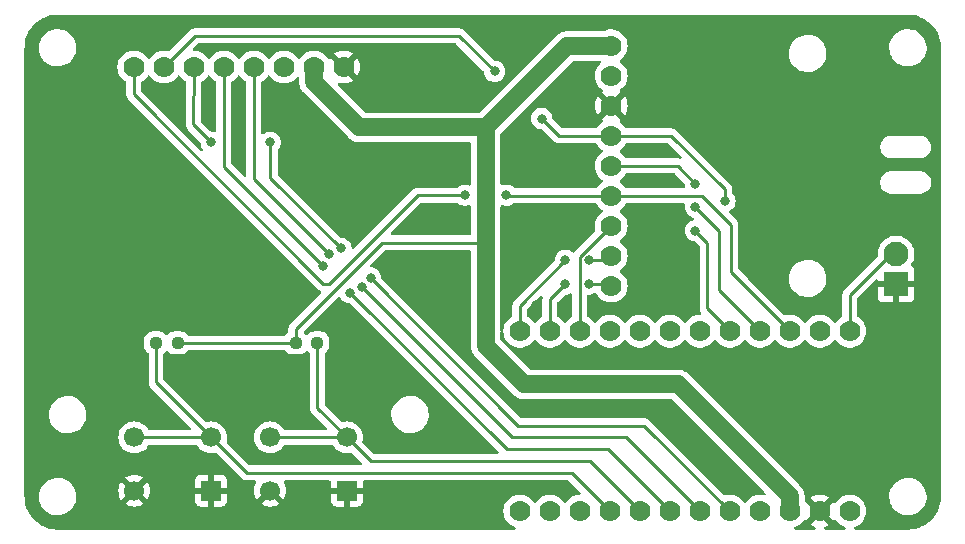
<source format=gtl>
G04 #@! TF.GenerationSoftware,KiCad,Pcbnew,7.0.2*
G04 #@! TF.CreationDate,2023-06-01T00:45:36-07:00*
G04 #@! TF.ProjectId,Reflow Skillet Rev 1,5265666c-6f77-4205-936b-696c6c657420,rev?*
G04 #@! TF.SameCoordinates,Original*
G04 #@! TF.FileFunction,Copper,L1,Top*
G04 #@! TF.FilePolarity,Positive*
%FSLAX46Y46*%
G04 Gerber Fmt 4.6, Leading zero omitted, Abs format (unit mm)*
G04 Created by KiCad (PCBNEW 7.0.2) date 2023-06-01 00:45:36*
%MOMM*%
%LPD*%
G01*
G04 APERTURE LIST*
G04 Aperture macros list*
%AMRoundRect*
0 Rectangle with rounded corners*
0 $1 Rounding radius*
0 $2 $3 $4 $5 $6 $7 $8 $9 X,Y pos of 4 corners*
0 Add a 4 corners polygon primitive as box body*
4,1,4,$2,$3,$4,$5,$6,$7,$8,$9,$2,$3,0*
0 Add four circle primitives for the rounded corners*
1,1,$1+$1,$2,$3*
1,1,$1+$1,$4,$5*
1,1,$1+$1,$6,$7*
1,1,$1+$1,$8,$9*
0 Add four rect primitives between the rounded corners*
20,1,$1+$1,$2,$3,$4,$5,0*
20,1,$1+$1,$4,$5,$6,$7,0*
20,1,$1+$1,$6,$7,$8,$9,0*
20,1,$1+$1,$8,$9,$2,$3,0*%
G04 Aperture macros list end*
G04 #@! TA.AperFunction,ComponentPad*
%ADD10C,1.778000*%
G04 #@! TD*
G04 #@! TA.AperFunction,SMDPad,CuDef*
%ADD11RoundRect,0.237500X0.250000X0.237500X-0.250000X0.237500X-0.250000X-0.237500X0.250000X-0.237500X0*%
G04 #@! TD*
G04 #@! TA.AperFunction,ComponentPad*
%ADD12R,1.700000X1.700000*%
G04 #@! TD*
G04 #@! TA.AperFunction,ComponentPad*
%ADD13C,1.700000*%
G04 #@! TD*
G04 #@! TA.AperFunction,ComponentPad*
%ADD14R,2.100000X2.100000*%
G04 #@! TD*
G04 #@! TA.AperFunction,ComponentPad*
%ADD15C,2.100000*%
G04 #@! TD*
G04 #@! TA.AperFunction,SMDPad,CuDef*
%ADD16RoundRect,0.237500X-0.250000X-0.237500X0.250000X-0.237500X0.250000X0.237500X-0.250000X0.237500X0*%
G04 #@! TD*
G04 #@! TA.AperFunction,ViaPad*
%ADD17C,0.800000*%
G04 #@! TD*
G04 #@! TA.AperFunction,Conductor*
%ADD18C,1.500000*%
G04 #@! TD*
G04 #@! TA.AperFunction,Conductor*
%ADD19C,0.250000*%
G04 #@! TD*
G04 APERTURE END LIST*
D10*
X190080000Y-57000000D03*
X187540000Y-57000000D03*
X185000000Y-57000000D03*
X182460000Y-57000000D03*
X179920000Y-57000000D03*
X177380000Y-57000000D03*
X174840000Y-57000000D03*
X172300000Y-57000000D03*
X169760000Y-57000000D03*
X167220000Y-57000000D03*
X164680000Y-57000000D03*
X162140000Y-57000000D03*
X190080000Y-72240000D03*
X187540000Y-72240000D03*
X185000000Y-72240000D03*
X182460000Y-72240000D03*
X179920000Y-72240000D03*
X177380000Y-72240000D03*
X174840000Y-72240000D03*
X172300000Y-72240000D03*
X169760000Y-72240000D03*
X167220000Y-72240000D03*
X164680000Y-72240000D03*
X162140000Y-72240000D03*
D11*
X133165500Y-58000000D03*
X131340500Y-58000000D03*
D12*
X147500000Y-70500000D03*
D13*
X141000000Y-70500000D03*
X147500000Y-66000000D03*
X141000000Y-66000000D03*
D10*
X147239000Y-34632000D03*
X144699000Y-34632000D03*
X142159000Y-34632000D03*
X139619000Y-34632000D03*
X137079000Y-34632000D03*
X134539000Y-34632000D03*
X131999000Y-34632000D03*
X129459000Y-34632000D03*
D14*
X194000000Y-53000000D03*
D15*
X194000000Y-50460000D03*
D16*
X143175000Y-58000000D03*
X145000000Y-58000000D03*
D10*
X169872000Y-53160000D03*
X169872000Y-50620000D03*
X169872000Y-48080000D03*
X169872000Y-45540000D03*
X169872000Y-43000000D03*
X169872000Y-40460000D03*
X169872000Y-37920000D03*
X169872000Y-35380000D03*
X169872000Y-32840000D03*
D12*
X136000000Y-70500000D03*
D13*
X129500000Y-70500000D03*
X136000000Y-66000000D03*
X129500000Y-66000000D03*
D17*
X163500000Y-54750000D03*
X166000000Y-54750000D03*
X135750000Y-38500000D03*
X138500000Y-38500000D03*
X167000000Y-63500000D03*
X174750000Y-41750000D03*
X174750000Y-44250000D03*
X179500000Y-46000000D03*
X177000000Y-48500000D03*
X176500000Y-52000000D03*
X133000000Y-39000000D03*
X155000000Y-47500000D03*
X144500000Y-42000000D03*
X157500000Y-45500000D03*
X181500000Y-64000000D03*
X149500000Y-59500000D03*
X161000000Y-45500000D03*
X141000000Y-41000000D03*
X147000000Y-50000000D03*
X149500000Y-52500000D03*
X136000000Y-41000000D03*
X146000000Y-50500000D03*
X148750000Y-53250000D03*
X145502531Y-51497469D03*
X147760813Y-53739187D03*
X177000000Y-44500000D03*
X177000000Y-46500000D03*
X166000000Y-51000000D03*
X168000000Y-51000000D03*
X168000000Y-53000000D03*
X166000000Y-53000000D03*
X160000000Y-35000000D03*
X164000000Y-39000000D03*
X138000000Y-60000000D03*
D18*
X175517235Y-61500000D02*
X162500000Y-61500000D01*
X185000000Y-70982765D02*
X175517235Y-61500000D01*
X185000000Y-72240000D02*
X185000000Y-70982765D01*
D19*
X174960000Y-40460000D02*
X169872000Y-40460000D01*
X179500000Y-45000000D02*
X174960000Y-40460000D01*
X179500000Y-46000000D02*
X179500000Y-45000000D01*
X178000000Y-49500000D02*
X177000000Y-48500000D01*
X177000000Y-44500000D02*
X175500000Y-43000000D01*
X175500000Y-43000000D02*
X169872000Y-43000000D01*
X178000000Y-49500000D02*
X178000000Y-55080000D01*
X178000000Y-55080000D02*
X179920000Y-57000000D01*
X179000000Y-48500000D02*
X179000000Y-53540000D01*
X179000000Y-53540000D02*
X182460000Y-57000000D01*
X177000000Y-46500000D02*
X179000000Y-48500000D01*
X134500000Y-39500000D02*
X134539000Y-34632000D01*
X136000000Y-41000000D02*
X134500000Y-39500000D01*
X141000000Y-41000000D02*
X141000000Y-44000000D01*
X141000000Y-44000000D02*
X147000000Y-50000000D01*
X131340500Y-61340500D02*
X131340500Y-58000000D01*
X136000000Y-66000000D02*
X131340500Y-61340500D01*
X145500000Y-53000000D02*
X129459000Y-36959000D01*
X146000000Y-53000000D02*
X145500000Y-53000000D01*
X129459000Y-36959000D02*
X129459000Y-34632000D01*
X153500000Y-45500000D02*
X146000000Y-53000000D01*
X157500000Y-45500000D02*
X153500000Y-45500000D01*
D18*
X148559765Y-39750000D02*
X159250000Y-39750000D01*
X144699000Y-35889235D02*
X148559765Y-39750000D01*
X144699000Y-34632000D02*
X144699000Y-35889235D01*
D19*
X161040000Y-45540000D02*
X169872000Y-45540000D01*
X161000000Y-45500000D02*
X161040000Y-45540000D01*
X150474695Y-49500000D02*
X159250000Y-49500000D01*
X143175000Y-56799695D02*
X150474695Y-49500000D01*
X143175000Y-58000000D02*
X143175000Y-56799695D01*
D18*
X159250000Y-58250000D02*
X159250000Y-49500000D01*
X159250000Y-49500000D02*
X159250000Y-39750000D01*
X162500000Y-61500000D02*
X159250000Y-58250000D01*
X159500000Y-39500000D02*
X166160000Y-32840000D01*
D19*
X162000000Y-65000000D02*
X172680000Y-65000000D01*
X149500000Y-52500000D02*
X162000000Y-65000000D01*
X172680000Y-65000000D02*
X179920000Y-72240000D01*
X171140000Y-66000000D02*
X177380000Y-72240000D01*
X161500000Y-66000000D02*
X171140000Y-66000000D01*
X148750000Y-53250000D02*
X161500000Y-66000000D01*
X161025305Y-67000000D02*
X169600000Y-67000000D01*
X169600000Y-67000000D02*
X174840000Y-72240000D01*
X147760813Y-53739187D02*
X161025305Y-67000000D01*
X193540000Y-50460000D02*
X194000000Y-50460000D01*
X190080000Y-53920000D02*
X193540000Y-50460000D01*
X190080000Y-57000000D02*
X190080000Y-53920000D01*
X146000000Y-50500000D02*
X139619000Y-44119000D01*
X139619000Y-44119000D02*
X139619000Y-34632000D01*
X137079000Y-43079000D02*
X137079000Y-34632000D01*
X145502531Y-51497469D02*
X137079000Y-43079000D01*
X177540000Y-45540000D02*
X169872000Y-45540000D01*
X180000000Y-48000000D02*
X177540000Y-45540000D01*
X180000000Y-52000000D02*
X180000000Y-48000000D01*
X185000000Y-57000000D02*
X180000000Y-52000000D01*
X169492000Y-51000000D02*
X169872000Y-50620000D01*
X168000000Y-51000000D02*
X169492000Y-51000000D01*
X162140000Y-54860000D02*
X166000000Y-51000000D01*
X162140000Y-57000000D02*
X162140000Y-54860000D01*
X168000000Y-53000000D02*
X169712000Y-53000000D01*
X164680000Y-54320000D02*
X166000000Y-53000000D01*
X164680000Y-57000000D02*
X164680000Y-54320000D01*
X169712000Y-53000000D02*
X169872000Y-53160000D01*
X167220000Y-50732000D02*
X169872000Y-48080000D01*
X167220000Y-57000000D02*
X167220000Y-50732000D01*
X134631000Y-32000000D02*
X131999000Y-34632000D01*
X157000000Y-32000000D02*
X134631000Y-32000000D01*
X160000000Y-35000000D02*
X157000000Y-32000000D01*
X165460000Y-40460000D02*
X164000000Y-39000000D01*
X169872000Y-40460000D02*
X165460000Y-40460000D01*
X141000000Y-66000000D02*
X147500000Y-66000000D01*
X166520000Y-69000000D02*
X169760000Y-72240000D01*
X139000000Y-69000000D02*
X166520000Y-69000000D01*
X136000000Y-66000000D02*
X139000000Y-69000000D01*
X168060000Y-68000000D02*
X172300000Y-72240000D01*
X149500000Y-68000000D02*
X168060000Y-68000000D01*
X147500000Y-66000000D02*
X149500000Y-68000000D01*
X145000000Y-63500000D02*
X145000000Y-58000000D01*
X147500000Y-66000000D02*
X145000000Y-63500000D01*
D18*
X166160000Y-32840000D02*
X169872000Y-32840000D01*
D19*
X136000000Y-66000000D02*
X129500000Y-66000000D01*
X133165500Y-58000000D02*
X143175000Y-58000000D01*
G04 #@! TA.AperFunction,Conductor*
G36*
X195003472Y-30200695D02*
G01*
X195306503Y-30217713D01*
X195320301Y-30219267D01*
X195616080Y-30269522D01*
X195629636Y-30272616D01*
X195917927Y-30355672D01*
X195931051Y-30360265D01*
X196208222Y-30475072D01*
X196220744Y-30481101D01*
X196423184Y-30592986D01*
X196483328Y-30626227D01*
X196495102Y-30633625D01*
X196739789Y-30807239D01*
X196750657Y-30815907D01*
X196974352Y-31015815D01*
X196984184Y-31025647D01*
X197184092Y-31249342D01*
X197192763Y-31260214D01*
X197366374Y-31504897D01*
X197373772Y-31516671D01*
X197518894Y-31779248D01*
X197524927Y-31791777D01*
X197639734Y-32068948D01*
X197644327Y-32082072D01*
X197727383Y-32370363D01*
X197730477Y-32383920D01*
X197780730Y-32679688D01*
X197782287Y-32693506D01*
X197799305Y-32996527D01*
X197799500Y-33003480D01*
X197799500Y-70996519D01*
X197799305Y-71003472D01*
X197782287Y-71306493D01*
X197780730Y-71320311D01*
X197730477Y-71616079D01*
X197727383Y-71629636D01*
X197644327Y-71917927D01*
X197639734Y-71931051D01*
X197524927Y-72208222D01*
X197518894Y-72220751D01*
X197373772Y-72483328D01*
X197366374Y-72495102D01*
X197192763Y-72739785D01*
X197184092Y-72750657D01*
X196984184Y-72974352D01*
X196974352Y-72984184D01*
X196750657Y-73184092D01*
X196739785Y-73192763D01*
X196495102Y-73366374D01*
X196483328Y-73373772D01*
X196220751Y-73518894D01*
X196208222Y-73524927D01*
X195931051Y-73639734D01*
X195917927Y-73644327D01*
X195629636Y-73727383D01*
X195616079Y-73730477D01*
X195320311Y-73780730D01*
X195306493Y-73782287D01*
X195003472Y-73799305D01*
X194996519Y-73799500D01*
X190559765Y-73799500D01*
X190492726Y-73779815D01*
X190446971Y-73727011D01*
X190437027Y-73657853D01*
X190466052Y-73594297D01*
X190519502Y-73558219D01*
X190561172Y-73543912D01*
X190640069Y-73516828D01*
X190842589Y-73407229D01*
X191024308Y-73265792D01*
X191180269Y-73096373D01*
X191306217Y-72903595D01*
X191398717Y-72692716D01*
X191455246Y-72469488D01*
X191474262Y-72240000D01*
X191455246Y-72010512D01*
X191398717Y-71787284D01*
X191306217Y-71576405D01*
X191180269Y-71383627D01*
X191024308Y-71214208D01*
X190842589Y-71072771D01*
X190826092Y-71063843D01*
X193415643Y-71063843D01*
X193446403Y-71317171D01*
X193510879Y-71539766D01*
X193517399Y-71562276D01*
X193568990Y-71671002D01*
X193626794Y-71792822D01*
X193669821Y-71855157D01*
X193771754Y-72002832D01*
X193948525Y-72186870D01*
X194152529Y-72340169D01*
X194274179Y-72404016D01*
X194378478Y-72458757D01*
X194378481Y-72458758D01*
X194620531Y-72539566D01*
X194777692Y-72565107D01*
X194872408Y-72580500D01*
X194872409Y-72580500D01*
X195061209Y-72580500D01*
X195063694Y-72580500D01*
X195254355Y-72565108D01*
X195502122Y-72504039D01*
X195736885Y-72404016D01*
X195952562Y-72267630D01*
X196143569Y-72098413D01*
X196304958Y-71900747D01*
X196432549Y-71679753D01*
X196523038Y-71441153D01*
X196574081Y-71191128D01*
X196581923Y-70996519D01*
X196584356Y-70936156D01*
X196582860Y-70923832D01*
X196553597Y-70682831D01*
X196482601Y-70437724D01*
X196373206Y-70207179D01*
X196353140Y-70178109D01*
X196298709Y-70099252D01*
X196228246Y-69997168D01*
X196051475Y-69813130D01*
X195847471Y-69659831D01*
X195758593Y-69613184D01*
X195621521Y-69541242D01*
X195379466Y-69460433D01*
X195127592Y-69419500D01*
X195127591Y-69419500D01*
X194936306Y-69419500D01*
X194933851Y-69419698D01*
X194933830Y-69419699D01*
X194745645Y-69434892D01*
X194497879Y-69495960D01*
X194263110Y-69595986D01*
X194047441Y-69732367D01*
X193856428Y-69901589D01*
X193695041Y-70099252D01*
X193567451Y-70320246D01*
X193476961Y-70558847D01*
X193425918Y-70808874D01*
X193415643Y-71063843D01*
X190826092Y-71063843D01*
X190640069Y-70963172D01*
X190640065Y-70963170D01*
X190640064Y-70963170D01*
X190422273Y-70888402D01*
X190270848Y-70863134D01*
X190195137Y-70850500D01*
X189964863Y-70850500D01*
X189908079Y-70859975D01*
X189737726Y-70888402D01*
X189519935Y-70963170D01*
X189317409Y-71072772D01*
X189135691Y-71214208D01*
X188979728Y-71383630D01*
X188913509Y-71484986D01*
X188860363Y-71530343D01*
X188791132Y-71539766D01*
X188727796Y-71510264D01*
X188705893Y-71484986D01*
X188683239Y-71450312D01*
X188029521Y-72104029D01*
X188006845Y-72026799D01*
X187927869Y-71903910D01*
X187817470Y-71808248D01*
X187684592Y-71747565D01*
X187679600Y-71746847D01*
X188330959Y-71095487D01*
X188330959Y-71095485D01*
X188302317Y-71073193D01*
X188099862Y-70963630D01*
X187882151Y-70888889D01*
X187655095Y-70851000D01*
X187424905Y-70851000D01*
X187197848Y-70888889D01*
X186980134Y-70963631D01*
X186777682Y-71073192D01*
X186749039Y-71095484D01*
X186749039Y-71095486D01*
X187400400Y-71746847D01*
X187395408Y-71747565D01*
X187262530Y-71808248D01*
X187152131Y-71903910D01*
X187073155Y-72026799D01*
X187050477Y-72104030D01*
X186396760Y-71450313D01*
X186387291Y-71451295D01*
X186318579Y-71438630D01*
X186267621Y-71390828D01*
X186250500Y-71327956D01*
X186250500Y-71059950D01*
X186251280Y-71046065D01*
X186255238Y-71010938D01*
X186250781Y-70944832D01*
X186250500Y-70936490D01*
X186250500Y-70929385D01*
X186250500Y-70926610D01*
X186247154Y-70889440D01*
X186246845Y-70886005D01*
X186246630Y-70883279D01*
X186240096Y-70786353D01*
X186239028Y-70782117D01*
X186235768Y-70762934D01*
X186235377Y-70758577D01*
X186209527Y-70664917D01*
X186208832Y-70662279D01*
X186185097Y-70568087D01*
X186185096Y-70568082D01*
X186183285Y-70564096D01*
X186176656Y-70545811D01*
X186175493Y-70541595D01*
X186133351Y-70454085D01*
X186132199Y-70451626D01*
X186092007Y-70363139D01*
X186089517Y-70359545D01*
X186079724Y-70342727D01*
X186079343Y-70341937D01*
X186077829Y-70338792D01*
X186020740Y-70260215D01*
X186019162Y-70257993D01*
X185963820Y-70178111D01*
X185960733Y-70175024D01*
X185948091Y-70160223D01*
X185945522Y-70156687D01*
X185875299Y-70089547D01*
X185873310Y-70087601D01*
X176456051Y-60670342D01*
X176446785Y-60659974D01*
X176424741Y-60632332D01*
X176374838Y-60588732D01*
X176368742Y-60583033D01*
X176363741Y-60578032D01*
X176361764Y-60576055D01*
X176359629Y-60574272D01*
X176359612Y-60574257D01*
X176330490Y-60549945D01*
X176328374Y-60548138D01*
X176255232Y-60484236D01*
X176255231Y-60484235D01*
X176251471Y-60481988D01*
X176235605Y-60470730D01*
X176232253Y-60467931D01*
X176147783Y-60420001D01*
X176145380Y-60418601D01*
X176062000Y-60368785D01*
X176057906Y-60367249D01*
X176040281Y-60359003D01*
X176036480Y-60356847D01*
X176036479Y-60356846D01*
X176036478Y-60356846D01*
X175944803Y-60324767D01*
X175942189Y-60323819D01*
X175851263Y-60289694D01*
X175851260Y-60289693D01*
X175851259Y-60289693D01*
X175846956Y-60288911D01*
X175828152Y-60283948D01*
X175824017Y-60282501D01*
X175728082Y-60267306D01*
X175725341Y-60266840D01*
X175629785Y-60249500D01*
X175629782Y-60249500D01*
X175625405Y-60249500D01*
X175606008Y-60247973D01*
X175601695Y-60247290D01*
X175504593Y-60249469D01*
X175501813Y-60249500D01*
X163069336Y-60249500D01*
X163002297Y-60229815D01*
X162981655Y-60213181D01*
X160536819Y-57768345D01*
X160503334Y-57707022D01*
X160500500Y-57680664D01*
X160500500Y-57038461D01*
X160511227Y-57001925D01*
X160503044Y-56986528D01*
X160500500Y-56961538D01*
X160500500Y-46454271D01*
X160520185Y-46387232D01*
X160572989Y-46341477D01*
X160642147Y-46331533D01*
X160674932Y-46340990D01*
X160714104Y-46358431D01*
X160720199Y-46361145D01*
X160905352Y-46400500D01*
X160905354Y-46400500D01*
X161094648Y-46400500D01*
X161218084Y-46374262D01*
X161279803Y-46361144D01*
X161452730Y-46284151D01*
X161516267Y-46237989D01*
X161583445Y-46189182D01*
X161649251Y-46165702D01*
X161656330Y-46165500D01*
X168553788Y-46165500D01*
X168620827Y-46185185D01*
X168657596Y-46221678D01*
X168771728Y-46396369D01*
X168771731Y-46396373D01*
X168896783Y-46532216D01*
X168927695Y-46565795D01*
X169115728Y-46712147D01*
X169156541Y-46768857D01*
X169160216Y-46838630D01*
X169125584Y-46899313D01*
X169115728Y-46907853D01*
X168927695Y-47054204D01*
X168771732Y-47223626D01*
X168645781Y-47416407D01*
X168555912Y-47621290D01*
X168553283Y-47627284D01*
X168502680Y-47827110D01*
X168496753Y-47850516D01*
X168477737Y-48080000D01*
X168496753Y-48309483D01*
X168496753Y-48309486D01*
X168496754Y-48309488D01*
X168530845Y-48444114D01*
X168532230Y-48449581D01*
X168529604Y-48519402D01*
X168499705Y-48567702D01*
X166836208Y-50231199D01*
X166820110Y-50244096D01*
X166772096Y-50295225D01*
X166769391Y-50298016D01*
X166758620Y-50308788D01*
X166697299Y-50342276D01*
X166627607Y-50337295D01*
X166598050Y-50321429D01*
X166452730Y-50215848D01*
X166279802Y-50138855D01*
X166094648Y-50099500D01*
X166094646Y-50099500D01*
X165905354Y-50099500D01*
X165905352Y-50099500D01*
X165720197Y-50138855D01*
X165547269Y-50215848D01*
X165394129Y-50327110D01*
X165267466Y-50467783D01*
X165172820Y-50631715D01*
X165114326Y-50811742D01*
X165096679Y-50979649D01*
X165070094Y-51044263D01*
X165061039Y-51054368D01*
X161756208Y-54359199D01*
X161740110Y-54372096D01*
X161692096Y-54423225D01*
X161689392Y-54426016D01*
X161672628Y-54442780D01*
X161672621Y-54442787D01*
X161669880Y-54445529D01*
X161667499Y-54448597D01*
X161667490Y-54448608D01*
X161667411Y-54448711D01*
X161659842Y-54457572D01*
X161629935Y-54489420D01*
X161620285Y-54506974D01*
X161609609Y-54523228D01*
X161597326Y-54539063D01*
X161579975Y-54579158D01*
X161574838Y-54589644D01*
X161553802Y-54627907D01*
X161548821Y-54647309D01*
X161542520Y-54665711D01*
X161534561Y-54684102D01*
X161527728Y-54727242D01*
X161525360Y-54738674D01*
X161514500Y-54780977D01*
X161514500Y-54801016D01*
X161512973Y-54820414D01*
X161509840Y-54840194D01*
X161513950Y-54883673D01*
X161514500Y-54895343D01*
X161514500Y-55684693D01*
X161494815Y-55751732D01*
X161449519Y-55793747D01*
X161377412Y-55832770D01*
X161195691Y-55974208D01*
X161051209Y-56131158D01*
X161039731Y-56143627D01*
X161039729Y-56143630D01*
X160913781Y-56336407D01*
X160829154Y-56529339D01*
X160821283Y-56547284D01*
X160806565Y-56605406D01*
X160764753Y-56770516D01*
X160748076Y-56971778D01*
X160738696Y-56996086D01*
X160743477Y-57003526D01*
X160748076Y-57028221D01*
X160764753Y-57229483D01*
X160764753Y-57229486D01*
X160764754Y-57229488D01*
X160820211Y-57448484D01*
X160821284Y-57452718D01*
X160913781Y-57663592D01*
X160913783Y-57663595D01*
X161039731Y-57856373D01*
X161195692Y-58025792D01*
X161377411Y-58167229D01*
X161579931Y-58276828D01*
X161797729Y-58351598D01*
X162024863Y-58389500D01*
X162024864Y-58389500D01*
X162255136Y-58389500D01*
X162255137Y-58389500D01*
X162482271Y-58351598D01*
X162700069Y-58276828D01*
X162902589Y-58167229D01*
X163084308Y-58025792D01*
X163240269Y-57856373D01*
X163306191Y-57755470D01*
X163359336Y-57710115D01*
X163428567Y-57700691D01*
X163491903Y-57730193D01*
X163513807Y-57755471D01*
X163579728Y-57856369D01*
X163579731Y-57856373D01*
X163735692Y-58025792D01*
X163917411Y-58167229D01*
X164119931Y-58276828D01*
X164337729Y-58351598D01*
X164564863Y-58389500D01*
X164564864Y-58389500D01*
X164795136Y-58389500D01*
X164795137Y-58389500D01*
X165022271Y-58351598D01*
X165240069Y-58276828D01*
X165442589Y-58167229D01*
X165624308Y-58025792D01*
X165780269Y-57856373D01*
X165846192Y-57755470D01*
X165899338Y-57710115D01*
X165968569Y-57700691D01*
X166031905Y-57730193D01*
X166053807Y-57755468D01*
X166119731Y-57856373D01*
X166275692Y-58025792D01*
X166457411Y-58167229D01*
X166659931Y-58276828D01*
X166877729Y-58351598D01*
X167104863Y-58389500D01*
X167104864Y-58389500D01*
X167335136Y-58389500D01*
X167335137Y-58389500D01*
X167562271Y-58351598D01*
X167780069Y-58276828D01*
X167982589Y-58167229D01*
X168164308Y-58025792D01*
X168320269Y-57856373D01*
X168386192Y-57755470D01*
X168439338Y-57710115D01*
X168508569Y-57700691D01*
X168571905Y-57730193D01*
X168593807Y-57755468D01*
X168659731Y-57856373D01*
X168815692Y-58025792D01*
X168997411Y-58167229D01*
X169199931Y-58276828D01*
X169417729Y-58351598D01*
X169644863Y-58389500D01*
X169644864Y-58389500D01*
X169875136Y-58389500D01*
X169875137Y-58389500D01*
X170102271Y-58351598D01*
X170320069Y-58276828D01*
X170522589Y-58167229D01*
X170704308Y-58025792D01*
X170860269Y-57856373D01*
X170926192Y-57755470D01*
X170979337Y-57710114D01*
X171048569Y-57700690D01*
X171111904Y-57730192D01*
X171133807Y-57755468D01*
X171199731Y-57856373D01*
X171355692Y-58025792D01*
X171537411Y-58167229D01*
X171739931Y-58276828D01*
X171957729Y-58351598D01*
X172184863Y-58389500D01*
X172184864Y-58389500D01*
X172415136Y-58389500D01*
X172415137Y-58389500D01*
X172642271Y-58351598D01*
X172860069Y-58276828D01*
X173062589Y-58167229D01*
X173244308Y-58025792D01*
X173400269Y-57856373D01*
X173466192Y-57755470D01*
X173519338Y-57710115D01*
X173588569Y-57700691D01*
X173651905Y-57730193D01*
X173673807Y-57755468D01*
X173739731Y-57856373D01*
X173895692Y-58025792D01*
X174077411Y-58167229D01*
X174279931Y-58276828D01*
X174497729Y-58351598D01*
X174724863Y-58389500D01*
X174724864Y-58389500D01*
X174955136Y-58389500D01*
X174955137Y-58389500D01*
X175182271Y-58351598D01*
X175400069Y-58276828D01*
X175602589Y-58167229D01*
X175784308Y-58025792D01*
X175940269Y-57856373D01*
X176006191Y-57755470D01*
X176059336Y-57710115D01*
X176128567Y-57700691D01*
X176191903Y-57730193D01*
X176213807Y-57755471D01*
X176279728Y-57856369D01*
X176279731Y-57856373D01*
X176435692Y-58025792D01*
X176617411Y-58167229D01*
X176819931Y-58276828D01*
X177037729Y-58351598D01*
X177264863Y-58389500D01*
X177264864Y-58389500D01*
X177495136Y-58389500D01*
X177495137Y-58389500D01*
X177722271Y-58351598D01*
X177940069Y-58276828D01*
X178142589Y-58167229D01*
X178324308Y-58025792D01*
X178480269Y-57856373D01*
X178546192Y-57755470D01*
X178599338Y-57710115D01*
X178668569Y-57700691D01*
X178731905Y-57730193D01*
X178753807Y-57755468D01*
X178819731Y-57856373D01*
X178975692Y-58025792D01*
X179157411Y-58167229D01*
X179359931Y-58276828D01*
X179577729Y-58351598D01*
X179804863Y-58389500D01*
X179804864Y-58389500D01*
X180035136Y-58389500D01*
X180035137Y-58389500D01*
X180262271Y-58351598D01*
X180480069Y-58276828D01*
X180682589Y-58167229D01*
X180864308Y-58025792D01*
X181020269Y-57856373D01*
X181086192Y-57755470D01*
X181139338Y-57710115D01*
X181208569Y-57700691D01*
X181271905Y-57730193D01*
X181293807Y-57755468D01*
X181359731Y-57856373D01*
X181515692Y-58025792D01*
X181697411Y-58167229D01*
X181899931Y-58276828D01*
X182117729Y-58351598D01*
X182344863Y-58389500D01*
X182344864Y-58389500D01*
X182575136Y-58389500D01*
X182575137Y-58389500D01*
X182802271Y-58351598D01*
X183020069Y-58276828D01*
X183222589Y-58167229D01*
X183404308Y-58025792D01*
X183560269Y-57856373D01*
X183626192Y-57755470D01*
X183679338Y-57710115D01*
X183748569Y-57700691D01*
X183811905Y-57730193D01*
X183833807Y-57755468D01*
X183899731Y-57856373D01*
X184055692Y-58025792D01*
X184237411Y-58167229D01*
X184439931Y-58276828D01*
X184657729Y-58351598D01*
X184884863Y-58389500D01*
X184884864Y-58389500D01*
X185115136Y-58389500D01*
X185115137Y-58389500D01*
X185342271Y-58351598D01*
X185560069Y-58276828D01*
X185762589Y-58167229D01*
X185944308Y-58025792D01*
X186100269Y-57856373D01*
X186166192Y-57755470D01*
X186219338Y-57710115D01*
X186288569Y-57700691D01*
X186351905Y-57730193D01*
X186373807Y-57755468D01*
X186439731Y-57856373D01*
X186595692Y-58025792D01*
X186777411Y-58167229D01*
X186979931Y-58276828D01*
X187197729Y-58351598D01*
X187424863Y-58389500D01*
X187424864Y-58389500D01*
X187655136Y-58389500D01*
X187655137Y-58389500D01*
X187882271Y-58351598D01*
X188100069Y-58276828D01*
X188302589Y-58167229D01*
X188484308Y-58025792D01*
X188640269Y-57856373D01*
X188706192Y-57755470D01*
X188759338Y-57710115D01*
X188828569Y-57700691D01*
X188891905Y-57730193D01*
X188913807Y-57755468D01*
X188979731Y-57856373D01*
X189135692Y-58025792D01*
X189317411Y-58167229D01*
X189519931Y-58276828D01*
X189737729Y-58351598D01*
X189964863Y-58389500D01*
X189964864Y-58389500D01*
X190195136Y-58389500D01*
X190195137Y-58389500D01*
X190422271Y-58351598D01*
X190640069Y-58276828D01*
X190842589Y-58167229D01*
X191024308Y-58025792D01*
X191180269Y-57856373D01*
X191306217Y-57663595D01*
X191398717Y-57452716D01*
X191455246Y-57229488D01*
X191474262Y-57000000D01*
X191455246Y-56770512D01*
X191398717Y-56547284D01*
X191306217Y-56336405D01*
X191180269Y-56143627D01*
X191024308Y-55974208D01*
X190842589Y-55832771D01*
X190832398Y-55827255D01*
X190770481Y-55793747D01*
X190720891Y-55744527D01*
X190705500Y-55684693D01*
X190705500Y-54230451D01*
X190725185Y-54163412D01*
X190741814Y-54142775D01*
X192238319Y-52646269D01*
X192299642Y-52612785D01*
X192369334Y-52617769D01*
X192425267Y-52659641D01*
X192449684Y-52725105D01*
X192450000Y-52733951D01*
X192450000Y-52750000D01*
X193505148Y-52750000D01*
X193456441Y-52887047D01*
X193446123Y-53037886D01*
X193476884Y-53185915D01*
X193510090Y-53250000D01*
X192450000Y-53250000D01*
X192450000Y-54094518D01*
X192450354Y-54101132D01*
X192456400Y-54157371D01*
X192506647Y-54292089D01*
X192592811Y-54407188D01*
X192707910Y-54493352D01*
X192842628Y-54543599D01*
X192898867Y-54549645D01*
X192905482Y-54550000D01*
X193750000Y-54550000D01*
X193750000Y-53491683D01*
X193778819Y-53509209D01*
X193924404Y-53550000D01*
X194037622Y-53550000D01*
X194149783Y-53534584D01*
X194250000Y-53491053D01*
X194250000Y-54550000D01*
X195094518Y-54550000D01*
X195101132Y-54549645D01*
X195157371Y-54543599D01*
X195292089Y-54493352D01*
X195407188Y-54407188D01*
X195493352Y-54292089D01*
X195543599Y-54157371D01*
X195549645Y-54101132D01*
X195550000Y-54094518D01*
X195550000Y-53250000D01*
X194494852Y-53250000D01*
X194543559Y-53112953D01*
X194553877Y-52962114D01*
X194523116Y-52814085D01*
X194489910Y-52750000D01*
X195550000Y-52750000D01*
X195550000Y-51905481D01*
X195549645Y-51898867D01*
X195543599Y-51842628D01*
X195493352Y-51707910D01*
X195407188Y-51592810D01*
X195303704Y-51515342D01*
X195261833Y-51459408D01*
X195256849Y-51389716D01*
X195272288Y-51351285D01*
X195280350Y-51338130D01*
X195374292Y-51184831D01*
X195385778Y-51166088D01*
X195479171Y-50940615D01*
X195501050Y-50849483D01*
X195536146Y-50703302D01*
X195555294Y-50460000D01*
X195536146Y-50216698D01*
X195479172Y-49979388D01*
X195479171Y-49979387D01*
X195479171Y-49979384D01*
X195385778Y-49753911D01*
X195306711Y-49624887D01*
X195258259Y-49545821D01*
X195099759Y-49360241D01*
X194914179Y-49201741D01*
X194867097Y-49172889D01*
X194706088Y-49074221D01*
X194480615Y-48980828D01*
X194243303Y-48923854D01*
X194000000Y-48904706D01*
X193756696Y-48923854D01*
X193519384Y-48980828D01*
X193293911Y-49074221D01*
X193085822Y-49201740D01*
X192900241Y-49360241D01*
X192741740Y-49545822D01*
X192614221Y-49753911D01*
X192520828Y-49979384D01*
X192463854Y-50216696D01*
X192444706Y-50460000D01*
X192455593Y-50598343D01*
X192441228Y-50666720D01*
X192419656Y-50695752D01*
X189696208Y-53419199D01*
X189680110Y-53432096D01*
X189632096Y-53483225D01*
X189629392Y-53486016D01*
X189612628Y-53502780D01*
X189612621Y-53502787D01*
X189609880Y-53505529D01*
X189607499Y-53508597D01*
X189607490Y-53508608D01*
X189607411Y-53508711D01*
X189599842Y-53517572D01*
X189569935Y-53549420D01*
X189560285Y-53566974D01*
X189549609Y-53583228D01*
X189537326Y-53599063D01*
X189519975Y-53639158D01*
X189514838Y-53649644D01*
X189493802Y-53687907D01*
X189488821Y-53707309D01*
X189482520Y-53725711D01*
X189474561Y-53744102D01*
X189467728Y-53787242D01*
X189465360Y-53798674D01*
X189454500Y-53840977D01*
X189454500Y-53861016D01*
X189452973Y-53880414D01*
X189452305Y-53884635D01*
X189449840Y-53900196D01*
X189451081Y-53913319D01*
X189453950Y-53943673D01*
X189454500Y-53955343D01*
X189454500Y-55684693D01*
X189434815Y-55751732D01*
X189389519Y-55793747D01*
X189317412Y-55832770D01*
X189135691Y-55974208D01*
X188991209Y-56131158D01*
X188979731Y-56143627D01*
X188913810Y-56244528D01*
X188913809Y-56244529D01*
X188860662Y-56289885D01*
X188791431Y-56299309D01*
X188728095Y-56269807D01*
X188706191Y-56244529D01*
X188640269Y-56143627D01*
X188484308Y-55974208D01*
X188302589Y-55832771D01*
X188100069Y-55723172D01*
X188100065Y-55723170D01*
X188100064Y-55723170D01*
X187882273Y-55648402D01*
X187730848Y-55623134D01*
X187655137Y-55610500D01*
X187424863Y-55610500D01*
X187368079Y-55619975D01*
X187197726Y-55648402D01*
X186979935Y-55723170D01*
X186777409Y-55832772D01*
X186595691Y-55974208D01*
X186451209Y-56131158D01*
X186439731Y-56143627D01*
X186373810Y-56244528D01*
X186373809Y-56244529D01*
X186320662Y-56289885D01*
X186251431Y-56299309D01*
X186188095Y-56269807D01*
X186166191Y-56244529D01*
X186100269Y-56143627D01*
X185944308Y-55974208D01*
X185762589Y-55832771D01*
X185560069Y-55723172D01*
X185560065Y-55723170D01*
X185560064Y-55723170D01*
X185342273Y-55648402D01*
X185190848Y-55623134D01*
X185115137Y-55610500D01*
X184884863Y-55610500D01*
X184771295Y-55629450D01*
X184657728Y-55648402D01*
X184638076Y-55655148D01*
X184568277Y-55658295D01*
X184510136Y-55625546D01*
X182592802Y-53708212D01*
X181473434Y-52588843D01*
X184924643Y-52588843D01*
X184955403Y-52842171D01*
X185026398Y-53087273D01*
X185135794Y-53317822D01*
X185205770Y-53419199D01*
X185280754Y-53527832D01*
X185457525Y-53711870D01*
X185661529Y-53865169D01*
X185807554Y-53941809D01*
X185887478Y-53983757D01*
X185887481Y-53983758D01*
X186129531Y-54064566D01*
X186273161Y-54087908D01*
X186381408Y-54105500D01*
X186381409Y-54105500D01*
X186570209Y-54105500D01*
X186572694Y-54105500D01*
X186763355Y-54090108D01*
X187011122Y-54029039D01*
X187245885Y-53929016D01*
X187461562Y-53792630D01*
X187652569Y-53623413D01*
X187813958Y-53425747D01*
X187941549Y-53204753D01*
X188032038Y-52966153D01*
X188083081Y-52716128D01*
X188093356Y-52461153D01*
X188062597Y-52207831D01*
X187991601Y-51962724D01*
X187882206Y-51732179D01*
X187865454Y-51707910D01*
X187790624Y-51599500D01*
X187737246Y-51522168D01*
X187560475Y-51338130D01*
X187356471Y-51184831D01*
X187234825Y-51120986D01*
X187130521Y-51066242D01*
X186888466Y-50985433D01*
X186636592Y-50944500D01*
X186636591Y-50944500D01*
X186445306Y-50944500D01*
X186442851Y-50944698D01*
X186442830Y-50944699D01*
X186254645Y-50959892D01*
X186006879Y-51020960D01*
X185772110Y-51120986D01*
X185556441Y-51257367D01*
X185365428Y-51426589D01*
X185204041Y-51624252D01*
X185076451Y-51845246D01*
X184985961Y-52083847D01*
X184934918Y-52333874D01*
X184924643Y-52588843D01*
X181473434Y-52588843D01*
X180661819Y-51777228D01*
X180628334Y-51715905D01*
X180625500Y-51689547D01*
X180625500Y-48082739D01*
X180627763Y-48062238D01*
X180625561Y-47992143D01*
X180625500Y-47988249D01*
X180625500Y-47964544D01*
X180625500Y-47960650D01*
X180624998Y-47956681D01*
X180624080Y-47945024D01*
X180622709Y-47901372D01*
X180617119Y-47882134D01*
X180613174Y-47863082D01*
X180610664Y-47843208D01*
X180604290Y-47827110D01*
X180594578Y-47802581D01*
X180590805Y-47791560D01*
X180578617Y-47749610D01*
X180568421Y-47732369D01*
X180559863Y-47714902D01*
X180552486Y-47696268D01*
X180526798Y-47660912D01*
X180520409Y-47651184D01*
X180498170Y-47613579D01*
X180484005Y-47599414D01*
X180471369Y-47584620D01*
X180459595Y-47568414D01*
X180459594Y-47568413D01*
X180425935Y-47540568D01*
X180417305Y-47532714D01*
X179883807Y-46999216D01*
X179850322Y-46937893D01*
X179855306Y-46868201D01*
X179897178Y-46812268D01*
X179921052Y-46798256D01*
X179952730Y-46784151D01*
X180105870Y-46672889D01*
X180232533Y-46532216D01*
X180327179Y-46368284D01*
X180354515Y-46284152D01*
X180385674Y-46188256D01*
X180405460Y-46000000D01*
X180385674Y-45811744D01*
X180333910Y-45652431D01*
X180327179Y-45631715D01*
X180232533Y-45467783D01*
X180157350Y-45384284D01*
X180127120Y-45321293D01*
X180125500Y-45301312D01*
X180125500Y-45082743D01*
X180127764Y-45062239D01*
X180126151Y-45010908D01*
X180125561Y-44992112D01*
X180125500Y-44988218D01*
X180125500Y-44964541D01*
X180125500Y-44960650D01*
X180124998Y-44956683D01*
X180124081Y-44945027D01*
X180122710Y-44901373D01*
X180117118Y-44882126D01*
X180113174Y-44863085D01*
X180110664Y-44843208D01*
X180094579Y-44802583D01*
X180090808Y-44791568D01*
X180078618Y-44749610D01*
X180068414Y-44732355D01*
X180059861Y-44714895D01*
X180052486Y-44696269D01*
X180052486Y-44696268D01*
X180026808Y-44660925D01*
X180020401Y-44651171D01*
X180013117Y-44638854D01*
X179998170Y-44613580D01*
X179984006Y-44599416D01*
X179971367Y-44584617D01*
X179959595Y-44568413D01*
X179925941Y-44540573D01*
X179917299Y-44532709D01*
X179883208Y-44498618D01*
X192649500Y-44498618D01*
X192686025Y-44682248D01*
X192731298Y-44791545D01*
X192757678Y-44855231D01*
X192861698Y-45010908D01*
X192994092Y-45143302D01*
X193149769Y-45247322D01*
X193280112Y-45301312D01*
X193322751Y-45318974D01*
X193506382Y-45355500D01*
X193506384Y-45355500D01*
X196093618Y-45355500D01*
X196277248Y-45318974D01*
X196277249Y-45318973D01*
X196277251Y-45318973D01*
X196450231Y-45247322D01*
X196605908Y-45143302D01*
X196738302Y-45010908D01*
X196842322Y-44855231D01*
X196913973Y-44682251D01*
X196918597Y-44659008D01*
X196950500Y-44498618D01*
X196950500Y-44311381D01*
X196913974Y-44127751D01*
X196856610Y-43989263D01*
X196842322Y-43954769D01*
X196738302Y-43799092D01*
X196605908Y-43666698D01*
X196450231Y-43562678D01*
X196450230Y-43562677D01*
X196277248Y-43491025D01*
X196093618Y-43454500D01*
X196093616Y-43454500D01*
X196022590Y-43454500D01*
X193639882Y-43454500D01*
X193600000Y-43454500D01*
X193506384Y-43454500D01*
X193506382Y-43454500D01*
X193322751Y-43491025D01*
X193149768Y-43562678D01*
X192994091Y-43666698D01*
X192861698Y-43799091D01*
X192757678Y-43954768D01*
X192686025Y-44127751D01*
X192649500Y-44311381D01*
X192649500Y-44498618D01*
X179883208Y-44498618D01*
X176883209Y-41498618D01*
X192649500Y-41498618D01*
X192686025Y-41682248D01*
X192748375Y-41832771D01*
X192757678Y-41855231D01*
X192861698Y-42010908D01*
X192994092Y-42143302D01*
X193149769Y-42247322D01*
X193283563Y-42302741D01*
X193322751Y-42318974D01*
X193506382Y-42355500D01*
X193506384Y-42355500D01*
X196093618Y-42355500D01*
X196277248Y-42318974D01*
X196277249Y-42318973D01*
X196277251Y-42318973D01*
X196450231Y-42247322D01*
X196605908Y-42143302D01*
X196738302Y-42010908D01*
X196842322Y-41855231D01*
X196913973Y-41682251D01*
X196915836Y-41672888D01*
X196950500Y-41498618D01*
X196950500Y-41311381D01*
X196913974Y-41127751D01*
X196891371Y-41073184D01*
X196842322Y-40954769D01*
X196738302Y-40799092D01*
X196605908Y-40666698D01*
X196450231Y-40562678D01*
X196450231Y-40562677D01*
X196277248Y-40491025D01*
X196093618Y-40454500D01*
X196093616Y-40454500D01*
X196022590Y-40454500D01*
X193639882Y-40454500D01*
X193600000Y-40454500D01*
X193506384Y-40454500D01*
X193506382Y-40454500D01*
X193322751Y-40491025D01*
X193149768Y-40562678D01*
X192994091Y-40666698D01*
X192861698Y-40799091D01*
X192757678Y-40954768D01*
X192686025Y-41127751D01*
X192649500Y-41311381D01*
X192649500Y-41498618D01*
X176883209Y-41498618D01*
X175460802Y-40076211D01*
X175447906Y-40060113D01*
X175396775Y-40012098D01*
X175393978Y-40009387D01*
X175377227Y-39992636D01*
X175374471Y-39989880D01*
X175371290Y-39987412D01*
X175362422Y-39979837D01*
X175330582Y-39949938D01*
X175313024Y-39940285D01*
X175296764Y-39929604D01*
X175280936Y-39917327D01*
X175240851Y-39899980D01*
X175230361Y-39894841D01*
X175192091Y-39873802D01*
X175172691Y-39868821D01*
X175154284Y-39862519D01*
X175135897Y-39854562D01*
X175092758Y-39847729D01*
X175081324Y-39845361D01*
X175039019Y-39834500D01*
X175018984Y-39834500D01*
X174999586Y-39832973D01*
X174992162Y-39831797D01*
X174979805Y-39829840D01*
X174979804Y-39829840D01*
X174946751Y-39832964D01*
X174936325Y-39833950D01*
X174924656Y-39834500D01*
X171190212Y-39834500D01*
X171123173Y-39814815D01*
X171086404Y-39778322D01*
X170972271Y-39603630D01*
X170972270Y-39603629D01*
X170972269Y-39603627D01*
X170816308Y-39434208D01*
X170634589Y-39292771D01*
X170634587Y-39292770D01*
X170627864Y-39287537D01*
X170587051Y-39230826D01*
X170583376Y-39161053D01*
X170618008Y-39100370D01*
X170627864Y-39091829D01*
X170662959Y-39064513D01*
X170662959Y-39064512D01*
X170004533Y-38406086D01*
X170014315Y-38404680D01*
X170145100Y-38344952D01*
X170253761Y-38250798D01*
X170331493Y-38129844D01*
X170355076Y-38049524D01*
X171015238Y-38709686D01*
X171097773Y-38583357D01*
X171190241Y-38372554D01*
X171246751Y-38149400D01*
X171265760Y-37920000D01*
X171246751Y-37690599D01*
X171190241Y-37467445D01*
X171097774Y-37256643D01*
X171015238Y-37130312D01*
X170355076Y-37790475D01*
X170331493Y-37710156D01*
X170253761Y-37589202D01*
X170145100Y-37495048D01*
X170014315Y-37435320D01*
X170004532Y-37433913D01*
X170662959Y-36775487D01*
X170662959Y-36775486D01*
X170627865Y-36748172D01*
X170587051Y-36691462D01*
X170583376Y-36621689D01*
X170618006Y-36561005D01*
X170627864Y-36552463D01*
X170652603Y-36533208D01*
X170816308Y-36405792D01*
X170972269Y-36236373D01*
X171098217Y-36043595D01*
X171190717Y-35832716D01*
X171247246Y-35609488D01*
X171266262Y-35380000D01*
X171247246Y-35150512D01*
X171190717Y-34927284D01*
X171098217Y-34716405D01*
X170972269Y-34523627D01*
X170816308Y-34354208D01*
X170634589Y-34212771D01*
X170634587Y-34212770D01*
X170628270Y-34207853D01*
X170587457Y-34151142D01*
X170583782Y-34081369D01*
X170618414Y-34020686D01*
X170628270Y-34012145D01*
X170634579Y-34007234D01*
X170634589Y-34007229D01*
X170816308Y-33865792D01*
X170972269Y-33696373D01*
X171075188Y-33538843D01*
X184924643Y-33538843D01*
X184955403Y-33792171D01*
X185026398Y-34037273D01*
X185026399Y-34037276D01*
X185055409Y-34098413D01*
X185135794Y-34267822D01*
X185208273Y-34372826D01*
X185280754Y-34477832D01*
X185457525Y-34661870D01*
X185661529Y-34815169D01*
X185783179Y-34879016D01*
X185887478Y-34933757D01*
X185887481Y-34933758D01*
X186129531Y-35014566D01*
X186286692Y-35040107D01*
X186381408Y-35055500D01*
X186381409Y-35055500D01*
X186570209Y-35055500D01*
X186572694Y-35055500D01*
X186763355Y-35040108D01*
X187011122Y-34979039D01*
X187245885Y-34879016D01*
X187461562Y-34742630D01*
X187652569Y-34573413D01*
X187813958Y-34375747D01*
X187941549Y-34154753D01*
X188032038Y-33916153D01*
X188083081Y-33666128D01*
X188093356Y-33411153D01*
X188062597Y-33157831D01*
X188035373Y-33063843D01*
X193415643Y-33063843D01*
X193446403Y-33317171D01*
X193517398Y-33562273D01*
X193626794Y-33792822D01*
X193677162Y-33865792D01*
X193771754Y-34002832D01*
X193948525Y-34186870D01*
X194152529Y-34340169D01*
X194274179Y-34404016D01*
X194378478Y-34458757D01*
X194378481Y-34458758D01*
X194620531Y-34539566D01*
X194746950Y-34560111D01*
X194872408Y-34580500D01*
X194872409Y-34580500D01*
X195061209Y-34580500D01*
X195063694Y-34580500D01*
X195254355Y-34565108D01*
X195502122Y-34504039D01*
X195736885Y-34404016D01*
X195952562Y-34267630D01*
X196143569Y-34098413D01*
X196304958Y-33900747D01*
X196432549Y-33679753D01*
X196523038Y-33441153D01*
X196574081Y-33191128D01*
X196581923Y-32996526D01*
X196584356Y-32936156D01*
X196581511Y-32912724D01*
X196553597Y-32682831D01*
X196482601Y-32437724D01*
X196373206Y-32207179D01*
X196228246Y-31997168D01*
X196051475Y-31813130D01*
X195847471Y-31659831D01*
X195745915Y-31606530D01*
X195621521Y-31541242D01*
X195379466Y-31460433D01*
X195127592Y-31419500D01*
X195127591Y-31419500D01*
X194936306Y-31419500D01*
X194933851Y-31419698D01*
X194933830Y-31419699D01*
X194745645Y-31434892D01*
X194497879Y-31495960D01*
X194263110Y-31595986D01*
X194047441Y-31732367D01*
X193856428Y-31901589D01*
X193695041Y-32099252D01*
X193567451Y-32320246D01*
X193476961Y-32558847D01*
X193425918Y-32808874D01*
X193415643Y-33063843D01*
X188035373Y-33063843D01*
X187991601Y-32912724D01*
X187882206Y-32682179D01*
X187737246Y-32472168D01*
X187560475Y-32288130D01*
X187356471Y-32134831D01*
X187276544Y-32092882D01*
X187130521Y-32016242D01*
X186888466Y-31935433D01*
X186636592Y-31894500D01*
X186636591Y-31894500D01*
X186445306Y-31894500D01*
X186442851Y-31894698D01*
X186442830Y-31894699D01*
X186254645Y-31909892D01*
X186006879Y-31970960D01*
X185772110Y-32070986D01*
X185556441Y-32207367D01*
X185365428Y-32376589D01*
X185204041Y-32574252D01*
X185076451Y-32795246D01*
X184985961Y-33033847D01*
X184934918Y-33283874D01*
X184924643Y-33538843D01*
X171075188Y-33538843D01*
X171098217Y-33503595D01*
X171190717Y-33292716D01*
X171247246Y-33069488D01*
X171266262Y-32840000D01*
X171247246Y-32610512D01*
X171190717Y-32387284D01*
X171098217Y-32176405D01*
X170972269Y-31983627D01*
X170816308Y-31814208D01*
X170634589Y-31672771D01*
X170432069Y-31563172D01*
X170432065Y-31563170D01*
X170432064Y-31563170D01*
X170214273Y-31488402D01*
X170046662Y-31460433D01*
X169987137Y-31450500D01*
X169756863Y-31450500D01*
X169715951Y-31457327D01*
X169529726Y-31488402D01*
X169311932Y-31563171D01*
X169290897Y-31574555D01*
X169231880Y-31589500D01*
X166237176Y-31589500D01*
X166223293Y-31588720D01*
X166218815Y-31588215D01*
X166188171Y-31584762D01*
X166122077Y-31589219D01*
X166113736Y-31589500D01*
X166103845Y-31589500D01*
X166101083Y-31589748D01*
X166101072Y-31589749D01*
X166063238Y-31593153D01*
X166060470Y-31593371D01*
X165963585Y-31599904D01*
X165959343Y-31600973D01*
X165940180Y-31604229D01*
X165935814Y-31604622D01*
X165842152Y-31630470D01*
X165839465Y-31631179D01*
X165745311Y-31654904D01*
X165741328Y-31656714D01*
X165723050Y-31663341D01*
X165718833Y-31664505D01*
X165631323Y-31706646D01*
X165628806Y-31707823D01*
X165540374Y-31747992D01*
X165536774Y-31750486D01*
X165519972Y-31760270D01*
X165516028Y-31762169D01*
X165437462Y-31819251D01*
X165435193Y-31820861D01*
X165355340Y-31876183D01*
X165352237Y-31879286D01*
X165337465Y-31891903D01*
X165333925Y-31894475D01*
X165266826Y-31964654D01*
X165264881Y-31966642D01*
X158768345Y-38463181D01*
X158707022Y-38496666D01*
X158680664Y-38499500D01*
X149129101Y-38499500D01*
X149062062Y-38479815D01*
X149041420Y-38463181D01*
X146764956Y-36186717D01*
X146731471Y-36125394D01*
X146736455Y-36055702D01*
X146778327Y-35999769D01*
X146843791Y-35975352D01*
X146892900Y-35981755D01*
X146896849Y-35983110D01*
X147123905Y-36021000D01*
X147354095Y-36021000D01*
X147581151Y-35983110D01*
X147798862Y-35908369D01*
X148001315Y-35798807D01*
X148029959Y-35776512D01*
X147371533Y-35118086D01*
X147381315Y-35116680D01*
X147512100Y-35056952D01*
X147620761Y-34962798D01*
X147698493Y-34841844D01*
X147722076Y-34761524D01*
X148382238Y-35421686D01*
X148464773Y-35295357D01*
X148557241Y-35084554D01*
X148613751Y-34861400D01*
X148632760Y-34632000D01*
X148613751Y-34402599D01*
X148557241Y-34179445D01*
X148464774Y-33968643D01*
X148382238Y-33842312D01*
X147722076Y-34502475D01*
X147698493Y-34422156D01*
X147620761Y-34301202D01*
X147512100Y-34207048D01*
X147381315Y-34147320D01*
X147371532Y-34145913D01*
X148029959Y-33487487D01*
X148029959Y-33487485D01*
X148001317Y-33465193D01*
X147798862Y-33355630D01*
X147581151Y-33280889D01*
X147354095Y-33243000D01*
X147123905Y-33243000D01*
X146896848Y-33280889D01*
X146679134Y-33355631D01*
X146476682Y-33465192D01*
X146448039Y-33487484D01*
X146448039Y-33487486D01*
X147106467Y-34145913D01*
X147096685Y-34147320D01*
X146965900Y-34207048D01*
X146857239Y-34301202D01*
X146779507Y-34422156D01*
X146755923Y-34502476D01*
X146095759Y-33842312D01*
X146073106Y-33876986D01*
X146019960Y-33922342D01*
X145950729Y-33931766D01*
X145887393Y-33902264D01*
X145865489Y-33876985D01*
X145865191Y-33876529D01*
X145799269Y-33775627D01*
X145643308Y-33606208D01*
X145461589Y-33464771D01*
X145259069Y-33355172D01*
X145259065Y-33355170D01*
X145259064Y-33355170D01*
X145041273Y-33280402D01*
X144889848Y-33255134D01*
X144814137Y-33242500D01*
X144583863Y-33242500D01*
X144527079Y-33251975D01*
X144356726Y-33280402D01*
X144138935Y-33355170D01*
X143936409Y-33464772D01*
X143754691Y-33606208D01*
X143686989Y-33679753D01*
X143598731Y-33775627D01*
X143539824Y-33865792D01*
X143532809Y-33876529D01*
X143479662Y-33921885D01*
X143410431Y-33931309D01*
X143347095Y-33901807D01*
X143325191Y-33876529D01*
X143259269Y-33775627D01*
X143103308Y-33606208D01*
X142921589Y-33464771D01*
X142719069Y-33355172D01*
X142719065Y-33355170D01*
X142719064Y-33355170D01*
X142501273Y-33280402D01*
X142349848Y-33255134D01*
X142274137Y-33242500D01*
X142043863Y-33242500D01*
X141987079Y-33251975D01*
X141816726Y-33280402D01*
X141598935Y-33355170D01*
X141396409Y-33464772D01*
X141214691Y-33606208D01*
X141146989Y-33679753D01*
X141058731Y-33775627D01*
X140999824Y-33865792D01*
X140992809Y-33876529D01*
X140939662Y-33921885D01*
X140870431Y-33931309D01*
X140807095Y-33901807D01*
X140785191Y-33876529D01*
X140719269Y-33775627D01*
X140563308Y-33606208D01*
X140381589Y-33464771D01*
X140179069Y-33355172D01*
X140179065Y-33355170D01*
X140179064Y-33355170D01*
X139961273Y-33280402D01*
X139809848Y-33255134D01*
X139734137Y-33242500D01*
X139503863Y-33242500D01*
X139447079Y-33251975D01*
X139276726Y-33280402D01*
X139058935Y-33355170D01*
X138856409Y-33464772D01*
X138674691Y-33606208D01*
X138606989Y-33679753D01*
X138518731Y-33775627D01*
X138459824Y-33865792D01*
X138452809Y-33876529D01*
X138399662Y-33921885D01*
X138330431Y-33931309D01*
X138267095Y-33901807D01*
X138245191Y-33876529D01*
X138179269Y-33775627D01*
X138023308Y-33606208D01*
X137841589Y-33464771D01*
X137639069Y-33355172D01*
X137639065Y-33355170D01*
X137639064Y-33355170D01*
X137421273Y-33280402D01*
X137269848Y-33255134D01*
X137194137Y-33242500D01*
X136963863Y-33242500D01*
X136907079Y-33251975D01*
X136736726Y-33280402D01*
X136518935Y-33355170D01*
X136316409Y-33464772D01*
X136134691Y-33606208D01*
X136066989Y-33679753D01*
X135978731Y-33775627D01*
X135919824Y-33865792D01*
X135912809Y-33876529D01*
X135859662Y-33921885D01*
X135790431Y-33931309D01*
X135727095Y-33901807D01*
X135705191Y-33876529D01*
X135639269Y-33775627D01*
X135483308Y-33606208D01*
X135301589Y-33464771D01*
X135099069Y-33355172D01*
X135099065Y-33355170D01*
X135099064Y-33355170D01*
X134881273Y-33280402D01*
X134729848Y-33255134D01*
X134654137Y-33242500D01*
X134572452Y-33242500D01*
X134505413Y-33222815D01*
X134459658Y-33170011D01*
X134449714Y-33100853D01*
X134478739Y-33037297D01*
X134484771Y-33030819D01*
X134853772Y-32661819D01*
X134915095Y-32628334D01*
X134941453Y-32625500D01*
X156689548Y-32625500D01*
X156756587Y-32645185D01*
X156777229Y-32661819D01*
X159061038Y-34945628D01*
X159094523Y-35006951D01*
X159096678Y-35020347D01*
X159114326Y-35188257D01*
X159172820Y-35368284D01*
X159267466Y-35532216D01*
X159394129Y-35672889D01*
X159547269Y-35784151D01*
X159720197Y-35861144D01*
X159905352Y-35900500D01*
X159905354Y-35900500D01*
X160094648Y-35900500D01*
X160222058Y-35873418D01*
X160279803Y-35861144D01*
X160452730Y-35784151D01*
X160605871Y-35672888D01*
X160732533Y-35532216D01*
X160827179Y-35368284D01*
X160885674Y-35188256D01*
X160905460Y-35000000D01*
X160885674Y-34811744D01*
X160836977Y-34661870D01*
X160827179Y-34631715D01*
X160732533Y-34467783D01*
X160605870Y-34327110D01*
X160452730Y-34215848D01*
X160279802Y-34138855D01*
X160094648Y-34099500D01*
X160094646Y-34099500D01*
X160035452Y-34099500D01*
X159968413Y-34079815D01*
X159947771Y-34063181D01*
X158724590Y-32840000D01*
X157500802Y-31616211D01*
X157487906Y-31600113D01*
X157436775Y-31552098D01*
X157433978Y-31549387D01*
X157417227Y-31532636D01*
X157414471Y-31529880D01*
X157411290Y-31527412D01*
X157402422Y-31519837D01*
X157370582Y-31489938D01*
X157353024Y-31480285D01*
X157336764Y-31469604D01*
X157320936Y-31457327D01*
X157280851Y-31439980D01*
X157270361Y-31434841D01*
X157232091Y-31413802D01*
X157212691Y-31408821D01*
X157194284Y-31402519D01*
X157175897Y-31394562D01*
X157132758Y-31387729D01*
X157121324Y-31385361D01*
X157079019Y-31374500D01*
X157058984Y-31374500D01*
X157039586Y-31372973D01*
X157032162Y-31371797D01*
X157019805Y-31369840D01*
X157019804Y-31369840D01*
X156993484Y-31372328D01*
X156976325Y-31373950D01*
X156964656Y-31374500D01*
X134713741Y-31374500D01*
X134693237Y-31372236D01*
X134623145Y-31374439D01*
X134619251Y-31374500D01*
X134591650Y-31374500D01*
X134587799Y-31374986D01*
X134587768Y-31374988D01*
X134587640Y-31375005D01*
X134576028Y-31375918D01*
X134532368Y-31377290D01*
X134513128Y-31382880D01*
X134494081Y-31386825D01*
X134474209Y-31389335D01*
X134433599Y-31405413D01*
X134422554Y-31409194D01*
X134380610Y-31421381D01*
X134363365Y-31431579D01*
X134345904Y-31440133D01*
X134327267Y-31447512D01*
X134291931Y-31473185D01*
X134282174Y-31479595D01*
X134244580Y-31501829D01*
X134230413Y-31515996D01*
X134215624Y-31528626D01*
X134199413Y-31540404D01*
X134171572Y-31574058D01*
X134163711Y-31582697D01*
X132488862Y-33257546D01*
X132427539Y-33291031D01*
X132360920Y-33287147D01*
X132341272Y-33280402D01*
X132227703Y-33261450D01*
X132114137Y-33242500D01*
X131883863Y-33242500D01*
X131827079Y-33251975D01*
X131656726Y-33280402D01*
X131438935Y-33355170D01*
X131236409Y-33464772D01*
X131054691Y-33606208D01*
X130986989Y-33679753D01*
X130898731Y-33775627D01*
X130839824Y-33865792D01*
X130832809Y-33876529D01*
X130779662Y-33921885D01*
X130710431Y-33931309D01*
X130647095Y-33901807D01*
X130625191Y-33876529D01*
X130559269Y-33775627D01*
X130403308Y-33606208D01*
X130221589Y-33464771D01*
X130019069Y-33355172D01*
X130019065Y-33355170D01*
X130019064Y-33355170D01*
X129801273Y-33280402D01*
X129649848Y-33255134D01*
X129574137Y-33242500D01*
X129343863Y-33242500D01*
X129287079Y-33251975D01*
X129116726Y-33280402D01*
X128898935Y-33355170D01*
X128696409Y-33464772D01*
X128514691Y-33606208D01*
X128446989Y-33679753D01*
X128358731Y-33775627D01*
X128347498Y-33792821D01*
X128232781Y-33968407D01*
X128140284Y-34179281D01*
X128140283Y-34179284D01*
X128117862Y-34267822D01*
X128083753Y-34402516D01*
X128064737Y-34632000D01*
X128083753Y-34861483D01*
X128083753Y-34861486D01*
X128083754Y-34861488D01*
X128133252Y-35056952D01*
X128140284Y-35084718D01*
X128232781Y-35295592D01*
X128232783Y-35295595D01*
X128358731Y-35488373D01*
X128514692Y-35657792D01*
X128696411Y-35799229D01*
X128732963Y-35819010D01*
X128768518Y-35838252D01*
X128818108Y-35887471D01*
X128833500Y-35947306D01*
X128833500Y-36876255D01*
X128831235Y-36896766D01*
X128833438Y-36966874D01*
X128833499Y-36970763D01*
X128833499Y-36994461D01*
X128833499Y-36994474D01*
X128833500Y-36998350D01*
X128833986Y-37002202D01*
X128833987Y-37002211D01*
X128834004Y-37002343D01*
X128834918Y-37013967D01*
X128836290Y-37057626D01*
X128841879Y-37076860D01*
X128845825Y-37095916D01*
X128848335Y-37115792D01*
X128864414Y-37156404D01*
X128868197Y-37167451D01*
X128880382Y-37209391D01*
X128890580Y-37226635D01*
X128899136Y-37244100D01*
X128906514Y-37262732D01*
X128906515Y-37262733D01*
X128932180Y-37298059D01*
X128938593Y-37307822D01*
X128960826Y-37345416D01*
X128960829Y-37345419D01*
X128960830Y-37345420D01*
X128974995Y-37359585D01*
X128987627Y-37374375D01*
X128999406Y-37390587D01*
X129033058Y-37418426D01*
X129041699Y-37426289D01*
X144999197Y-53383787D01*
X145012098Y-53399889D01*
X145014212Y-53401874D01*
X145014214Y-53401877D01*
X145032660Y-53419199D01*
X145063240Y-53447916D01*
X145066036Y-53450626D01*
X145085530Y-53470120D01*
X145088615Y-53472513D01*
X145088701Y-53472580D01*
X145097573Y-53480158D01*
X145129418Y-53510062D01*
X145146974Y-53519714D01*
X145163231Y-53530392D01*
X145179064Y-53542674D01*
X145194649Y-53549418D01*
X145219156Y-53560023D01*
X145229648Y-53565163D01*
X145241938Y-53571919D01*
X145267908Y-53586197D01*
X145267909Y-53586197D01*
X145275465Y-53590351D01*
X145324729Y-53639897D01*
X145339386Y-53708212D01*
X145314783Y-53773606D01*
X145303409Y-53786694D01*
X142791208Y-56298894D01*
X142775110Y-56311791D01*
X142727096Y-56362920D01*
X142724392Y-56365711D01*
X142707628Y-56382475D01*
X142707621Y-56382482D01*
X142704880Y-56385224D01*
X142702499Y-56388292D01*
X142702490Y-56388303D01*
X142702411Y-56388406D01*
X142694842Y-56397267D01*
X142664935Y-56429115D01*
X142655285Y-56446669D01*
X142644609Y-56462923D01*
X142632326Y-56478758D01*
X142614975Y-56518853D01*
X142609838Y-56529339D01*
X142588802Y-56567602D01*
X142583821Y-56587004D01*
X142577520Y-56605406D01*
X142569561Y-56623797D01*
X142562728Y-56666937D01*
X142560360Y-56678369D01*
X142549500Y-56720672D01*
X142549500Y-56740711D01*
X142547973Y-56760109D01*
X142544840Y-56779889D01*
X142548950Y-56823368D01*
X142549500Y-56835038D01*
X142549500Y-57057808D01*
X142529815Y-57124847D01*
X142490598Y-57163346D01*
X142464148Y-57179660D01*
X142342161Y-57301647D01*
X142333559Y-57315595D01*
X142281611Y-57362321D01*
X142228019Y-57374500D01*
X134112481Y-57374500D01*
X134045442Y-57354815D01*
X134006941Y-57315595D01*
X133998338Y-57301647D01*
X133876352Y-57179661D01*
X133729515Y-57089091D01*
X133565753Y-57034825D01*
X133467809Y-57024819D01*
X133467790Y-57024818D01*
X133464677Y-57024500D01*
X133461528Y-57024500D01*
X132869473Y-57024500D01*
X132869453Y-57024500D01*
X132866324Y-57024501D01*
X132863192Y-57024820D01*
X132863190Y-57024821D01*
X132765247Y-57034825D01*
X132601484Y-57089091D01*
X132454649Y-57179660D01*
X132340680Y-57293629D01*
X132279357Y-57327113D01*
X132209665Y-57322129D01*
X132165319Y-57293629D01*
X132051350Y-57179660D01*
X132024901Y-57163346D01*
X131904515Y-57089091D01*
X131740753Y-57034825D01*
X131642809Y-57024819D01*
X131642790Y-57024818D01*
X131639677Y-57024500D01*
X131636528Y-57024500D01*
X131044473Y-57024500D01*
X131044453Y-57024500D01*
X131041324Y-57024501D01*
X131038192Y-57024820D01*
X131038190Y-57024821D01*
X130940247Y-57034825D01*
X130776484Y-57089091D01*
X130629647Y-57179661D01*
X130507661Y-57301647D01*
X130417091Y-57448484D01*
X130362825Y-57612246D01*
X130352819Y-57710190D01*
X130352817Y-57710210D01*
X130352500Y-57713323D01*
X130352500Y-57716470D01*
X130352500Y-57716471D01*
X130352500Y-58283526D01*
X130352500Y-58283545D01*
X130352501Y-58286676D01*
X130352820Y-58289808D01*
X130352821Y-58289809D01*
X130362825Y-58387752D01*
X130417091Y-58551515D01*
X130507661Y-58698352D01*
X130629648Y-58820339D01*
X130656096Y-58836652D01*
X130702821Y-58888599D01*
X130715000Y-58942191D01*
X130715000Y-61257756D01*
X130712735Y-61278266D01*
X130714939Y-61348372D01*
X130715000Y-61352267D01*
X130715000Y-61379850D01*
X130715488Y-61383719D01*
X130715489Y-61383725D01*
X130715504Y-61383843D01*
X130716418Y-61395467D01*
X130717790Y-61439126D01*
X130723379Y-61458360D01*
X130727325Y-61477416D01*
X130729835Y-61497292D01*
X130745914Y-61537904D01*
X130749697Y-61548951D01*
X130761882Y-61590891D01*
X130772080Y-61608135D01*
X130780636Y-61625600D01*
X130788014Y-61644232D01*
X130788015Y-61644233D01*
X130813680Y-61679559D01*
X130820093Y-61689322D01*
X130842326Y-61726916D01*
X130842329Y-61726919D01*
X130842330Y-61726920D01*
X130856495Y-61741085D01*
X130869127Y-61755875D01*
X130880906Y-61772087D01*
X130914558Y-61799926D01*
X130923199Y-61807789D01*
X134278228Y-65162819D01*
X134311713Y-65224142D01*
X134306729Y-65293834D01*
X134264857Y-65349767D01*
X134199393Y-65374184D01*
X134190547Y-65374500D01*
X130775226Y-65374500D01*
X130708187Y-65354815D01*
X130673651Y-65321623D01*
X130622709Y-65248870D01*
X130538495Y-65128599D01*
X130371401Y-64961505D01*
X130177830Y-64825965D01*
X129963663Y-64726097D01*
X129902501Y-64709709D01*
X129735407Y-64664936D01*
X129500000Y-64644340D01*
X129264592Y-64664936D01*
X129036336Y-64726097D01*
X128822170Y-64825965D01*
X128628598Y-64961505D01*
X128461505Y-65128598D01*
X128325965Y-65322170D01*
X128226097Y-65536336D01*
X128164936Y-65764592D01*
X128144340Y-65999999D01*
X128164936Y-66235407D01*
X128164937Y-66235409D01*
X128226097Y-66463663D01*
X128325965Y-66677830D01*
X128461505Y-66871401D01*
X128628599Y-67038495D01*
X128822170Y-67174035D01*
X129036337Y-67273903D01*
X129264592Y-67335063D01*
X129500000Y-67355659D01*
X129735408Y-67335063D01*
X129963663Y-67273903D01*
X130177830Y-67174035D01*
X130371401Y-67038495D01*
X130538495Y-66871401D01*
X130673653Y-66678374D01*
X130728229Y-66634752D01*
X130775227Y-66625500D01*
X134724773Y-66625500D01*
X134791812Y-66645185D01*
X134826345Y-66678373D01*
X134961505Y-66871401D01*
X135128599Y-67038495D01*
X135322170Y-67174035D01*
X135536337Y-67273903D01*
X135764592Y-67335063D01*
X136000000Y-67355659D01*
X136235408Y-67335063D01*
X136335873Y-67308143D01*
X136405721Y-67309806D01*
X136455647Y-67340237D01*
X138499197Y-69383787D01*
X138512098Y-69399889D01*
X138514212Y-69401874D01*
X138514214Y-69401877D01*
X138549371Y-69434892D01*
X138563240Y-69447916D01*
X138566036Y-69450626D01*
X138585530Y-69470120D01*
X138588615Y-69472513D01*
X138588701Y-69472580D01*
X138597573Y-69480158D01*
X138629418Y-69510062D01*
X138646974Y-69519714D01*
X138663231Y-69530392D01*
X138679064Y-69542674D01*
X138695185Y-69549649D01*
X138719156Y-69560023D01*
X138729643Y-69565160D01*
X138767908Y-69586197D01*
X138787316Y-69591180D01*
X138805710Y-69597478D01*
X138824105Y-69605438D01*
X138867254Y-69612271D01*
X138878680Y-69614638D01*
X138894222Y-69618629D01*
X138920980Y-69625500D01*
X138920981Y-69625500D01*
X138941016Y-69625500D01*
X138960413Y-69627026D01*
X138980196Y-69630160D01*
X139023674Y-69626050D01*
X139035344Y-69625500D01*
X139726085Y-69625500D01*
X139793124Y-69645185D01*
X139838879Y-69697989D01*
X139848823Y-69767147D01*
X139830861Y-69812532D01*
X139830985Y-69812590D01*
X139830019Y-69814661D01*
X139827659Y-69820625D01*
X139826399Y-69822423D01*
X139726569Y-70036507D01*
X139665430Y-70264681D01*
X139644842Y-70500000D01*
X139665430Y-70735318D01*
X139726569Y-70963492D01*
X139826400Y-71177580D01*
X139885073Y-71261373D01*
X140516922Y-70629523D01*
X140540507Y-70709844D01*
X140618239Y-70830798D01*
X140726900Y-70924952D01*
X140857685Y-70984680D01*
X140867466Y-70986086D01*
X140238625Y-71614925D01*
X140322420Y-71673599D01*
X140536507Y-71773430D01*
X140764681Y-71834569D01*
X141000000Y-71855157D01*
X141235318Y-71834569D01*
X141463492Y-71773430D01*
X141677576Y-71673600D01*
X141761373Y-71614925D01*
X141132533Y-70986086D01*
X141142315Y-70984680D01*
X141273100Y-70924952D01*
X141381761Y-70830798D01*
X141459493Y-70709844D01*
X141483076Y-70629524D01*
X142114925Y-71261373D01*
X142173600Y-71177576D01*
X142273430Y-70963492D01*
X142334569Y-70735318D01*
X142355157Y-70499999D01*
X142334569Y-70264681D01*
X142273430Y-70036507D01*
X142173600Y-69822423D01*
X142172341Y-69820625D01*
X142171241Y-69817364D01*
X142169015Y-69812590D01*
X142169547Y-69812341D01*
X142150013Y-69754420D01*
X142167022Y-69686652D01*
X142217969Y-69638838D01*
X142273915Y-69625500D01*
X146026000Y-69625500D01*
X146093039Y-69645185D01*
X146138794Y-69697989D01*
X146150000Y-69749500D01*
X146150000Y-70250000D01*
X147066314Y-70250000D01*
X147040507Y-70290156D01*
X147000000Y-70428111D01*
X147000000Y-70571889D01*
X147040507Y-70709844D01*
X147066314Y-70750000D01*
X146150000Y-70750000D01*
X146150000Y-71394518D01*
X146150354Y-71401132D01*
X146156400Y-71457371D01*
X146206647Y-71592089D01*
X146292811Y-71707188D01*
X146407910Y-71793352D01*
X146542628Y-71843599D01*
X146598867Y-71849645D01*
X146605482Y-71850000D01*
X147250000Y-71850000D01*
X147250000Y-70935501D01*
X147357685Y-70984680D01*
X147464237Y-71000000D01*
X147535763Y-71000000D01*
X147642315Y-70984680D01*
X147750000Y-70935501D01*
X147750000Y-71850000D01*
X148394518Y-71850000D01*
X148401132Y-71849645D01*
X148457371Y-71843599D01*
X148592089Y-71793352D01*
X148707188Y-71707188D01*
X148793352Y-71592089D01*
X148843599Y-71457371D01*
X148849645Y-71401132D01*
X148850000Y-71394518D01*
X148850000Y-70750000D01*
X147933686Y-70750000D01*
X147959493Y-70709844D01*
X148000000Y-70571889D01*
X148000000Y-70428111D01*
X147959493Y-70290156D01*
X147933686Y-70250000D01*
X148850000Y-70250000D01*
X148850000Y-69749500D01*
X148869685Y-69682461D01*
X148922489Y-69636706D01*
X148974000Y-69625500D01*
X166209548Y-69625500D01*
X166276587Y-69645185D01*
X166297229Y-69661819D01*
X167274229Y-70638819D01*
X167307714Y-70700142D01*
X167302730Y-70769834D01*
X167260858Y-70825767D01*
X167195394Y-70850184D01*
X167186548Y-70850500D01*
X167104863Y-70850500D01*
X167048079Y-70859975D01*
X166877726Y-70888402D01*
X166659935Y-70963170D01*
X166457409Y-71072772D01*
X166275691Y-71214208D01*
X166131209Y-71371158D01*
X166119731Y-71383627D01*
X166075522Y-71451295D01*
X166053809Y-71484529D01*
X166000662Y-71529885D01*
X165931431Y-71539309D01*
X165868095Y-71509807D01*
X165846191Y-71484529D01*
X165828448Y-71457371D01*
X165780269Y-71383627D01*
X165624308Y-71214208D01*
X165442589Y-71072771D01*
X165240069Y-70963172D01*
X165240065Y-70963170D01*
X165240064Y-70963170D01*
X165022273Y-70888402D01*
X164870848Y-70863134D01*
X164795137Y-70850500D01*
X164564863Y-70850500D01*
X164508079Y-70859975D01*
X164337726Y-70888402D01*
X164119935Y-70963170D01*
X163917409Y-71072772D01*
X163735691Y-71214208D01*
X163591209Y-71371158D01*
X163579731Y-71383627D01*
X163535522Y-71451295D01*
X163513809Y-71484529D01*
X163460662Y-71529885D01*
X163391431Y-71539309D01*
X163328095Y-71509807D01*
X163306191Y-71484529D01*
X163288448Y-71457371D01*
X163240269Y-71383627D01*
X163084308Y-71214208D01*
X162902589Y-71072771D01*
X162700069Y-70963172D01*
X162700065Y-70963170D01*
X162700064Y-70963170D01*
X162482273Y-70888402D01*
X162330848Y-70863134D01*
X162255137Y-70850500D01*
X162024863Y-70850500D01*
X161968079Y-70859975D01*
X161797726Y-70888402D01*
X161579935Y-70963170D01*
X161377409Y-71072772D01*
X161195691Y-71214208D01*
X161051209Y-71371158D01*
X161039731Y-71383627D01*
X161003796Y-71438630D01*
X160913781Y-71576407D01*
X160838705Y-71747565D01*
X160821283Y-71787284D01*
X160815974Y-71808248D01*
X160764753Y-72010516D01*
X160745737Y-72240000D01*
X160764753Y-72469483D01*
X160764753Y-72469486D01*
X160764754Y-72469488D01*
X160815974Y-72671752D01*
X160821284Y-72692718D01*
X160913781Y-72903592D01*
X160913783Y-72903595D01*
X161039731Y-73096373D01*
X161195692Y-73265792D01*
X161377411Y-73407229D01*
X161579931Y-73516828D01*
X161603523Y-73524927D01*
X161700498Y-73558219D01*
X161757513Y-73598604D01*
X161783644Y-73663404D01*
X161770593Y-73732044D01*
X161722504Y-73782732D01*
X161660235Y-73799500D01*
X123003481Y-73799500D01*
X122996528Y-73799305D01*
X122693506Y-73782287D01*
X122679688Y-73780730D01*
X122383920Y-73730477D01*
X122370363Y-73727383D01*
X122082072Y-73644327D01*
X122068948Y-73639734D01*
X121791777Y-73524927D01*
X121779248Y-73518894D01*
X121516671Y-73373772D01*
X121504897Y-73366374D01*
X121260214Y-73192763D01*
X121249342Y-73184092D01*
X121025647Y-72984184D01*
X121015815Y-72974352D01*
X120815907Y-72750657D01*
X120807236Y-72739785D01*
X120773840Y-72692718D01*
X120633625Y-72495102D01*
X120626227Y-72483328D01*
X120582391Y-72404013D01*
X120481101Y-72220744D01*
X120475072Y-72208222D01*
X120360265Y-71931051D01*
X120355672Y-71917927D01*
X120272616Y-71629636D01*
X120269522Y-71616079D01*
X120265446Y-71592089D01*
X120219267Y-71320301D01*
X120217713Y-71306503D01*
X120204085Y-71063843D01*
X121415643Y-71063843D01*
X121446403Y-71317171D01*
X121510879Y-71539766D01*
X121517399Y-71562276D01*
X121568990Y-71671002D01*
X121626794Y-71792822D01*
X121669821Y-71855157D01*
X121771754Y-72002832D01*
X121948525Y-72186870D01*
X122152529Y-72340169D01*
X122274179Y-72404016D01*
X122378478Y-72458757D01*
X122378481Y-72458758D01*
X122620531Y-72539566D01*
X122777692Y-72565107D01*
X122872408Y-72580500D01*
X122872409Y-72580500D01*
X123061209Y-72580500D01*
X123063694Y-72580500D01*
X123254355Y-72565108D01*
X123502122Y-72504039D01*
X123736885Y-72404016D01*
X123952562Y-72267630D01*
X124143569Y-72098413D01*
X124304958Y-71900747D01*
X124432549Y-71679753D01*
X124523038Y-71441153D01*
X124574081Y-71191128D01*
X124581923Y-70996519D01*
X124584356Y-70936156D01*
X124582860Y-70923832D01*
X124553597Y-70682831D01*
X124500639Y-70499999D01*
X128144842Y-70499999D01*
X128165430Y-70735318D01*
X128226569Y-70963492D01*
X128326400Y-71177580D01*
X128385073Y-71261373D01*
X129016922Y-70629523D01*
X129040507Y-70709844D01*
X129118239Y-70830798D01*
X129226900Y-70924952D01*
X129357685Y-70984680D01*
X129367466Y-70986086D01*
X128738625Y-71614925D01*
X128822420Y-71673599D01*
X129036507Y-71773430D01*
X129264681Y-71834569D01*
X129500000Y-71855157D01*
X129735318Y-71834569D01*
X129963492Y-71773430D01*
X130177576Y-71673600D01*
X130261373Y-71614925D01*
X130040966Y-71394518D01*
X134650000Y-71394518D01*
X134650354Y-71401132D01*
X134656400Y-71457371D01*
X134706647Y-71592089D01*
X134792811Y-71707188D01*
X134907910Y-71793352D01*
X135042628Y-71843599D01*
X135098867Y-71849645D01*
X135105482Y-71850000D01*
X135750000Y-71850000D01*
X135750000Y-70935501D01*
X135857685Y-70984680D01*
X135964237Y-71000000D01*
X136035763Y-71000000D01*
X136142315Y-70984680D01*
X136250000Y-70935501D01*
X136250000Y-71850000D01*
X136894518Y-71850000D01*
X136901132Y-71849645D01*
X136957371Y-71843599D01*
X137092089Y-71793352D01*
X137207188Y-71707188D01*
X137293352Y-71592089D01*
X137343599Y-71457371D01*
X137349645Y-71401132D01*
X137350000Y-71394518D01*
X137350000Y-70750000D01*
X136433686Y-70750000D01*
X136459493Y-70709844D01*
X136500000Y-70571889D01*
X136500000Y-70428111D01*
X136459493Y-70290156D01*
X136433686Y-70250000D01*
X137350000Y-70250000D01*
X137350000Y-69605481D01*
X137349645Y-69598867D01*
X137343599Y-69542628D01*
X137293352Y-69407910D01*
X137207188Y-69292811D01*
X137092089Y-69206647D01*
X136957371Y-69156400D01*
X136901132Y-69150354D01*
X136894518Y-69150000D01*
X136250000Y-69150000D01*
X136250000Y-70064498D01*
X136142315Y-70015320D01*
X136035763Y-70000000D01*
X135964237Y-70000000D01*
X135857685Y-70015320D01*
X135750000Y-70064498D01*
X135750000Y-69150000D01*
X135105482Y-69150000D01*
X135098867Y-69150354D01*
X135042628Y-69156400D01*
X134907910Y-69206647D01*
X134792811Y-69292811D01*
X134706647Y-69407910D01*
X134656400Y-69542628D01*
X134650354Y-69598867D01*
X134650000Y-69605481D01*
X134650000Y-70250000D01*
X135566314Y-70250000D01*
X135540507Y-70290156D01*
X135500000Y-70428111D01*
X135500000Y-70571889D01*
X135540507Y-70709844D01*
X135566314Y-70750000D01*
X134650000Y-70750000D01*
X134650000Y-71394518D01*
X130040966Y-71394518D01*
X129632533Y-70986086D01*
X129642315Y-70984680D01*
X129773100Y-70924952D01*
X129881761Y-70830798D01*
X129959493Y-70709844D01*
X129983076Y-70629524D01*
X130614925Y-71261373D01*
X130673600Y-71177576D01*
X130773430Y-70963492D01*
X130834569Y-70735318D01*
X130855157Y-70499999D01*
X130834569Y-70264681D01*
X130773430Y-70036507D01*
X130673599Y-69822421D01*
X130614926Y-69738626D01*
X130614925Y-69738625D01*
X129983076Y-70370475D01*
X129959493Y-70290156D01*
X129881761Y-70169202D01*
X129773100Y-70075048D01*
X129642315Y-70015320D01*
X129632533Y-70013913D01*
X130261373Y-69385073D01*
X130261373Y-69385072D01*
X130177580Y-69326400D01*
X129963492Y-69226569D01*
X129735318Y-69165430D01*
X129500000Y-69144842D01*
X129264681Y-69165430D01*
X129036507Y-69226569D01*
X128822422Y-69326399D01*
X128738625Y-69385072D01*
X129367466Y-70013913D01*
X129357685Y-70015320D01*
X129226900Y-70075048D01*
X129118239Y-70169202D01*
X129040507Y-70290156D01*
X129016923Y-70370476D01*
X128385072Y-69738625D01*
X128326399Y-69822422D01*
X128226569Y-70036507D01*
X128165430Y-70264681D01*
X128144842Y-70499999D01*
X124500639Y-70499999D01*
X124482601Y-70437724D01*
X124373206Y-70207179D01*
X124353140Y-70178109D01*
X124298709Y-70099252D01*
X124228246Y-69997168D01*
X124051475Y-69813130D01*
X123847471Y-69659831D01*
X123758593Y-69613184D01*
X123621521Y-69541242D01*
X123379466Y-69460433D01*
X123127592Y-69419500D01*
X123127591Y-69419500D01*
X122936306Y-69419500D01*
X122933851Y-69419698D01*
X122933830Y-69419699D01*
X122745645Y-69434892D01*
X122497879Y-69495960D01*
X122263110Y-69595986D01*
X122047441Y-69732367D01*
X121856428Y-69901589D01*
X121695041Y-70099252D01*
X121567451Y-70320246D01*
X121476961Y-70558847D01*
X121425918Y-70808874D01*
X121415643Y-71063843D01*
X120204085Y-71063843D01*
X120200695Y-71003472D01*
X120200500Y-70996519D01*
X120200500Y-64125843D01*
X122264643Y-64125843D01*
X122295403Y-64379171D01*
X122345492Y-64552098D01*
X122366399Y-64624276D01*
X122385693Y-64664937D01*
X122475794Y-64854822D01*
X122548274Y-64959826D01*
X122620754Y-65064832D01*
X122797525Y-65248870D01*
X123001529Y-65402169D01*
X123123179Y-65466016D01*
X123227478Y-65520757D01*
X123227481Y-65520758D01*
X123469531Y-65601566D01*
X123618748Y-65625816D01*
X123721408Y-65642500D01*
X123721409Y-65642500D01*
X123910209Y-65642500D01*
X123912694Y-65642500D01*
X124103355Y-65627108D01*
X124351122Y-65566039D01*
X124585885Y-65466016D01*
X124801562Y-65329630D01*
X124992569Y-65160413D01*
X125153958Y-64962747D01*
X125281549Y-64741753D01*
X125372038Y-64503153D01*
X125423081Y-64253128D01*
X125433356Y-63998153D01*
X125402597Y-63744831D01*
X125331601Y-63499724D01*
X125222206Y-63269179D01*
X125077246Y-63059168D01*
X124900475Y-62875130D01*
X124696471Y-62721831D01*
X124574825Y-62657986D01*
X124470521Y-62603242D01*
X124228466Y-62522433D01*
X123976592Y-62481500D01*
X123976591Y-62481500D01*
X123785306Y-62481500D01*
X123782851Y-62481698D01*
X123782830Y-62481699D01*
X123594645Y-62496892D01*
X123346879Y-62557960D01*
X123112110Y-62657986D01*
X122896441Y-62794367D01*
X122705428Y-62963589D01*
X122544041Y-63161252D01*
X122416451Y-63382246D01*
X122325961Y-63620847D01*
X122274918Y-63870874D01*
X122264643Y-64125843D01*
X120200500Y-64125843D01*
X120200500Y-33063843D01*
X121415643Y-33063843D01*
X121446403Y-33317171D01*
X121517398Y-33562273D01*
X121626794Y-33792822D01*
X121677162Y-33865792D01*
X121771754Y-34002832D01*
X121948525Y-34186870D01*
X122152529Y-34340169D01*
X122274179Y-34404016D01*
X122378478Y-34458757D01*
X122378481Y-34458758D01*
X122620531Y-34539566D01*
X122746950Y-34560111D01*
X122872408Y-34580500D01*
X122872409Y-34580500D01*
X123061209Y-34580500D01*
X123063694Y-34580500D01*
X123254355Y-34565108D01*
X123502122Y-34504039D01*
X123736885Y-34404016D01*
X123952562Y-34267630D01*
X124143569Y-34098413D01*
X124304958Y-33900747D01*
X124432549Y-33679753D01*
X124523038Y-33441153D01*
X124574081Y-33191128D01*
X124581923Y-32996526D01*
X124584356Y-32936156D01*
X124581511Y-32912724D01*
X124553597Y-32682831D01*
X124482601Y-32437724D01*
X124373206Y-32207179D01*
X124228246Y-31997168D01*
X124051475Y-31813130D01*
X123847471Y-31659831D01*
X123745915Y-31606530D01*
X123621521Y-31541242D01*
X123379466Y-31460433D01*
X123127592Y-31419500D01*
X123127591Y-31419500D01*
X122936306Y-31419500D01*
X122933851Y-31419698D01*
X122933830Y-31419699D01*
X122745645Y-31434892D01*
X122497879Y-31495960D01*
X122263110Y-31595986D01*
X122047441Y-31732367D01*
X121856428Y-31901589D01*
X121695041Y-32099252D01*
X121567451Y-32320246D01*
X121476961Y-32558847D01*
X121425918Y-32808874D01*
X121415643Y-33063843D01*
X120200500Y-33063843D01*
X120200500Y-33003479D01*
X120200695Y-32996526D01*
X120204085Y-32936156D01*
X120217713Y-32693494D01*
X120219267Y-32679700D01*
X120269523Y-32383915D01*
X120272616Y-32370363D01*
X120287055Y-32320247D01*
X120355673Y-32082068D01*
X120360265Y-32068948D01*
X120432523Y-31894500D01*
X120475075Y-31791768D01*
X120481097Y-31779262D01*
X120626230Y-31516665D01*
X120633625Y-31504897D01*
X120807245Y-31260201D01*
X120815896Y-31249354D01*
X121015816Y-31025645D01*
X121025647Y-31015815D01*
X121249354Y-30815896D01*
X121260201Y-30807245D01*
X121504902Y-30633621D01*
X121516665Y-30626230D01*
X121779262Y-30481097D01*
X121791768Y-30475075D01*
X122068945Y-30360265D01*
X122082068Y-30355673D01*
X122370369Y-30272614D01*
X122383915Y-30269523D01*
X122679700Y-30219267D01*
X122693494Y-30217713D01*
X122996527Y-30200695D01*
X123003481Y-30200500D01*
X123039882Y-30200500D01*
X194960118Y-30200500D01*
X194996519Y-30200500D01*
X195003472Y-30200695D01*
G37*
G04 #@! TD.AperFunction*
G04 #@! TA.AperFunction,Conductor*
G36*
X187073155Y-72453201D02*
G01*
X187152131Y-72576090D01*
X187262530Y-72671752D01*
X187395408Y-72732435D01*
X187400399Y-72733152D01*
X186749038Y-73384512D01*
X186777685Y-73406808D01*
X186980137Y-73516369D01*
X187102039Y-73558219D01*
X187159054Y-73598605D01*
X187185185Y-73663404D01*
X187172133Y-73732044D01*
X187124045Y-73782732D01*
X187061776Y-73799500D01*
X185479765Y-73799500D01*
X185412726Y-73779815D01*
X185366971Y-73727011D01*
X185357027Y-73657853D01*
X185386052Y-73594297D01*
X185439502Y-73558219D01*
X185481172Y-73543912D01*
X185560069Y-73516828D01*
X185762589Y-73407229D01*
X185944308Y-73265792D01*
X186100269Y-73096373D01*
X186166491Y-72995011D01*
X186219635Y-72949657D01*
X186288866Y-72940233D01*
X186352202Y-72969734D01*
X186374106Y-72995013D01*
X186396759Y-73029686D01*
X187050477Y-72375968D01*
X187073155Y-72453201D01*
G37*
G04 #@! TD.AperFunction*
G04 #@! TA.AperFunction,Conductor*
G36*
X188683238Y-73029686D02*
G01*
X188705891Y-72995013D01*
X188759037Y-72949656D01*
X188828269Y-72940232D01*
X188891605Y-72969734D01*
X188913507Y-72995010D01*
X188979731Y-73096373D01*
X189135692Y-73265792D01*
X189317411Y-73407229D01*
X189519931Y-73516828D01*
X189543523Y-73524927D01*
X189640498Y-73558219D01*
X189697513Y-73598604D01*
X189723644Y-73663404D01*
X189710593Y-73732044D01*
X189662504Y-73782732D01*
X189600235Y-73799500D01*
X188018224Y-73799500D01*
X187951185Y-73779815D01*
X187905430Y-73727011D01*
X187895486Y-73657853D01*
X187924511Y-73594297D01*
X187977961Y-73558219D01*
X188099862Y-73516369D01*
X188302315Y-73406807D01*
X188330959Y-73384512D01*
X187679599Y-72733152D01*
X187684592Y-72732435D01*
X187817470Y-72671752D01*
X187927869Y-72576090D01*
X188006845Y-72453201D01*
X188029522Y-72375969D01*
X188683238Y-73029686D01*
G37*
G04 #@! TD.AperFunction*
G04 #@! TA.AperFunction,Conductor*
G36*
X157942539Y-50145185D02*
G01*
X157988294Y-50197989D01*
X157999500Y-50249500D01*
X157999500Y-58172814D01*
X157998720Y-58186698D01*
X157994761Y-58221826D01*
X157999219Y-58287931D01*
X157999500Y-58296273D01*
X157999500Y-58306155D01*
X157999747Y-58308900D01*
X157999748Y-58308921D01*
X158003153Y-58346749D01*
X158003371Y-58349521D01*
X158009904Y-58446414D01*
X158010973Y-58450657D01*
X158014229Y-58469820D01*
X158014622Y-58474185D01*
X158040465Y-58567824D01*
X158041158Y-58570447D01*
X158055031Y-58625500D01*
X158064904Y-58664684D01*
X158066712Y-58668664D01*
X158073342Y-58686950D01*
X158074506Y-58691168D01*
X158116657Y-58778699D01*
X158117835Y-58781217D01*
X158157992Y-58869625D01*
X158160483Y-58873220D01*
X158170271Y-58890029D01*
X158172170Y-58893974D01*
X158229258Y-58972548D01*
X158230868Y-58974817D01*
X158286178Y-59054652D01*
X158289268Y-59057742D01*
X158301905Y-59072537D01*
X158304478Y-59076078D01*
X158304479Y-59076079D01*
X158374698Y-59143215D01*
X158376687Y-59145161D01*
X161561186Y-62329661D01*
X161570452Y-62340029D01*
X161592493Y-62367667D01*
X161642387Y-62411259D01*
X161648483Y-62416958D01*
X161655470Y-62423945D01*
X161657604Y-62425727D01*
X161657610Y-62425732D01*
X161686788Y-62450092D01*
X161688905Y-62451900D01*
X161723012Y-62481699D01*
X161762004Y-62515765D01*
X161765763Y-62518011D01*
X161781624Y-62529265D01*
X161784981Y-62532068D01*
X161868487Y-62579451D01*
X161869450Y-62579997D01*
X161871854Y-62581397D01*
X161955236Y-62631215D01*
X161955239Y-62631216D01*
X161959323Y-62632749D01*
X161976953Y-62640996D01*
X161980753Y-62643152D01*
X161980755Y-62643153D01*
X162072468Y-62675245D01*
X162074998Y-62676162D01*
X162165976Y-62710307D01*
X162169972Y-62711032D01*
X162170269Y-62711086D01*
X162189088Y-62716053D01*
X162193217Y-62717498D01*
X162289251Y-62732707D01*
X162291847Y-62733149D01*
X162355369Y-62744677D01*
X162387452Y-62750500D01*
X162387453Y-62750500D01*
X162391830Y-62750500D01*
X162411226Y-62752026D01*
X162415540Y-62752710D01*
X162510299Y-62750583D01*
X162512622Y-62750531D01*
X162515404Y-62750500D01*
X174947899Y-62750500D01*
X175014938Y-62770185D01*
X175035580Y-62786819D01*
X182933238Y-70684477D01*
X182966723Y-70745800D01*
X182961739Y-70815492D01*
X182919867Y-70871425D01*
X182854403Y-70895842D01*
X182805297Y-70889440D01*
X182802274Y-70888402D01*
X182631920Y-70859975D01*
X182575137Y-70850500D01*
X182344863Y-70850500D01*
X182288079Y-70859975D01*
X182117726Y-70888402D01*
X181899935Y-70963170D01*
X181697409Y-71072772D01*
X181515691Y-71214208D01*
X181371209Y-71371158D01*
X181359731Y-71383627D01*
X181315522Y-71451295D01*
X181293809Y-71484529D01*
X181240662Y-71529885D01*
X181171431Y-71539309D01*
X181108095Y-71509807D01*
X181086191Y-71484529D01*
X181068448Y-71457371D01*
X181020269Y-71383627D01*
X180864308Y-71214208D01*
X180682589Y-71072771D01*
X180480069Y-70963172D01*
X180480065Y-70963170D01*
X180480064Y-70963170D01*
X180262273Y-70888402D01*
X180110848Y-70863134D01*
X180035137Y-70850500D01*
X179804863Y-70850500D01*
X179759436Y-70858080D01*
X179577725Y-70888402D01*
X179558078Y-70895147D01*
X179488280Y-70898295D01*
X179430137Y-70865546D01*
X173180802Y-64616211D01*
X173167906Y-64600113D01*
X173116775Y-64552098D01*
X173113978Y-64549387D01*
X173097227Y-64532636D01*
X173094471Y-64529880D01*
X173091290Y-64527412D01*
X173082422Y-64519837D01*
X173050582Y-64489938D01*
X173033024Y-64480285D01*
X173016764Y-64469604D01*
X173000936Y-64457327D01*
X172960851Y-64439980D01*
X172950361Y-64434841D01*
X172912091Y-64413802D01*
X172892691Y-64408821D01*
X172874284Y-64402519D01*
X172855897Y-64394562D01*
X172812758Y-64387729D01*
X172801324Y-64385361D01*
X172759019Y-64374500D01*
X172738984Y-64374500D01*
X172719586Y-64372973D01*
X172712162Y-64371797D01*
X172699805Y-64369840D01*
X172699804Y-64369840D01*
X172666751Y-64372964D01*
X172656325Y-64373950D01*
X172644656Y-64374500D01*
X162310452Y-64374500D01*
X162243413Y-64354815D01*
X162222771Y-64338181D01*
X156331004Y-58446414D01*
X150438960Y-52554369D01*
X150405475Y-52493046D01*
X150403323Y-52479668D01*
X150385674Y-52311744D01*
X150354515Y-52215847D01*
X150327179Y-52131715D01*
X150232533Y-51967783D01*
X150105870Y-51827110D01*
X149952730Y-51715848D01*
X149779802Y-51638855D01*
X149594648Y-51599500D01*
X149594646Y-51599500D01*
X149559146Y-51599500D01*
X149492107Y-51579815D01*
X149446352Y-51527011D01*
X149436408Y-51457853D01*
X149465433Y-51394297D01*
X149471465Y-51387819D01*
X149991248Y-50868037D01*
X150697465Y-50161819D01*
X150758789Y-50128334D01*
X150785147Y-50125500D01*
X157875500Y-50125500D01*
X157942539Y-50145185D01*
G37*
G04 #@! TD.AperFunction*
G04 #@! TA.AperFunction,Conductor*
G36*
X142295058Y-58645185D02*
G01*
X142333558Y-58684404D01*
X142337730Y-58691168D01*
X142342161Y-58698352D01*
X142464147Y-58820338D01*
X142464149Y-58820339D01*
X142464150Y-58820340D01*
X142549882Y-58873220D01*
X142610984Y-58910908D01*
X142774746Y-58965174D01*
X142872690Y-58975180D01*
X142872691Y-58975180D01*
X142875823Y-58975500D01*
X143474176Y-58975499D01*
X143575253Y-58965174D01*
X143739016Y-58910908D01*
X143885850Y-58820340D01*
X143927491Y-58778699D01*
X143999819Y-58706372D01*
X144061142Y-58672887D01*
X144130834Y-58677871D01*
X144175181Y-58706372D01*
X144289148Y-58820339D01*
X144315596Y-58836652D01*
X144362321Y-58888599D01*
X144374500Y-58942191D01*
X144374500Y-63417256D01*
X144372235Y-63437766D01*
X144374439Y-63507872D01*
X144374500Y-63511767D01*
X144374500Y-63539350D01*
X144374988Y-63543219D01*
X144374989Y-63543225D01*
X144375004Y-63543343D01*
X144375918Y-63554967D01*
X144377290Y-63598626D01*
X144382879Y-63617860D01*
X144386825Y-63636916D01*
X144389335Y-63656792D01*
X144405414Y-63697404D01*
X144409197Y-63708451D01*
X144421382Y-63750391D01*
X144431580Y-63767635D01*
X144440136Y-63785100D01*
X144447514Y-63803732D01*
X144447515Y-63803733D01*
X144473180Y-63839059D01*
X144479593Y-63848822D01*
X144501826Y-63886416D01*
X144501829Y-63886419D01*
X144501830Y-63886420D01*
X144515995Y-63900585D01*
X144528627Y-63915375D01*
X144540406Y-63931587D01*
X144574058Y-63959426D01*
X144582699Y-63967289D01*
X145778228Y-65162819D01*
X145811713Y-65224142D01*
X145806729Y-65293834D01*
X145764857Y-65349767D01*
X145699393Y-65374184D01*
X145690547Y-65374500D01*
X142275226Y-65374500D01*
X142208187Y-65354815D01*
X142173651Y-65321623D01*
X142122709Y-65248870D01*
X142038495Y-65128599D01*
X141871401Y-64961505D01*
X141677830Y-64825965D01*
X141463663Y-64726097D01*
X141402502Y-64709709D01*
X141235407Y-64664936D01*
X141000000Y-64644340D01*
X140764592Y-64664936D01*
X140536336Y-64726097D01*
X140322170Y-64825965D01*
X140128598Y-64961505D01*
X139961505Y-65128598D01*
X139825965Y-65322170D01*
X139726097Y-65536336D01*
X139664936Y-65764592D01*
X139644340Y-66000000D01*
X139664936Y-66235407D01*
X139664937Y-66235409D01*
X139726097Y-66463663D01*
X139825965Y-66677830D01*
X139961505Y-66871401D01*
X140128599Y-67038495D01*
X140322170Y-67174035D01*
X140536337Y-67273903D01*
X140764592Y-67335063D01*
X141000000Y-67355659D01*
X141235408Y-67335063D01*
X141463663Y-67273903D01*
X141677830Y-67174035D01*
X141871401Y-67038495D01*
X142038495Y-66871401D01*
X142173653Y-66678374D01*
X142228229Y-66634752D01*
X142275227Y-66625500D01*
X146224773Y-66625500D01*
X146291812Y-66645185D01*
X146326345Y-66678373D01*
X146461505Y-66871401D01*
X146628599Y-67038495D01*
X146822170Y-67174035D01*
X147036337Y-67273903D01*
X147264592Y-67335063D01*
X147500000Y-67355659D01*
X147735408Y-67335063D01*
X147835873Y-67308143D01*
X147905721Y-67309806D01*
X147955647Y-67340237D01*
X148778228Y-68162819D01*
X148811713Y-68224142D01*
X148806729Y-68293834D01*
X148764857Y-68349767D01*
X148699393Y-68374184D01*
X148690547Y-68374500D01*
X139310452Y-68374500D01*
X139243413Y-68354815D01*
X139222771Y-68338181D01*
X137340237Y-66455646D01*
X137306752Y-66394323D01*
X137308143Y-66335872D01*
X137335063Y-66235408D01*
X137355659Y-66000000D01*
X137335063Y-65764592D01*
X137273903Y-65536337D01*
X137174035Y-65322171D01*
X137038495Y-65128599D01*
X136871401Y-64961505D01*
X136677830Y-64825965D01*
X136463663Y-64726097D01*
X136402502Y-64709709D01*
X136235407Y-64664936D01*
X136000000Y-64644340D01*
X135764593Y-64664936D01*
X135664126Y-64691856D01*
X135594276Y-64690193D01*
X135544352Y-64659762D01*
X132002319Y-61117728D01*
X131968834Y-61056405D01*
X131966000Y-61030047D01*
X131966000Y-58942191D01*
X131985685Y-58875152D01*
X132024904Y-58836652D01*
X132051348Y-58820341D01*
X132051347Y-58820341D01*
X132051350Y-58820340D01*
X132165321Y-58706368D01*
X132226640Y-58672886D01*
X132296332Y-58677870D01*
X132340680Y-58706371D01*
X132454647Y-58820338D01*
X132454649Y-58820339D01*
X132454650Y-58820340D01*
X132540382Y-58873220D01*
X132601484Y-58910908D01*
X132765246Y-58965174D01*
X132863190Y-58975180D01*
X132863191Y-58975180D01*
X132866323Y-58975500D01*
X133464676Y-58975499D01*
X133565753Y-58965174D01*
X133729516Y-58910908D01*
X133876350Y-58820340D01*
X133998340Y-58698350D01*
X134006941Y-58684404D01*
X134058889Y-58637679D01*
X134112481Y-58625500D01*
X142228019Y-58625500D01*
X142295058Y-58645185D01*
G37*
G04 #@! TD.AperFunction*
G04 #@! TA.AperFunction,Conductor*
G36*
X146883829Y-54077968D02*
G01*
X146939762Y-54119840D01*
X146947882Y-54132150D01*
X147028279Y-54271403D01*
X147154942Y-54412076D01*
X147308082Y-54523338D01*
X147481010Y-54600331D01*
X147666165Y-54639687D01*
X147666167Y-54639687D01*
X147725497Y-54639687D01*
X147792536Y-54659372D01*
X147813166Y-54675994D01*
X160303443Y-67162807D01*
X160336937Y-67224125D01*
X160331962Y-67293817D01*
X160290098Y-67349757D01*
X160224637Y-67374183D01*
X160215774Y-67374500D01*
X149810453Y-67374500D01*
X149743414Y-67354815D01*
X149722772Y-67338181D01*
X148840237Y-66455646D01*
X148806752Y-66394323D01*
X148808143Y-66335872D01*
X148835063Y-66235408D01*
X148855659Y-66000000D01*
X148835063Y-65764592D01*
X148773903Y-65536337D01*
X148674035Y-65322171D01*
X148538495Y-65128599D01*
X148371401Y-64961505D01*
X148177830Y-64825965D01*
X147963663Y-64726097D01*
X147902502Y-64709709D01*
X147735407Y-64664936D01*
X147500000Y-64644340D01*
X147264593Y-64664936D01*
X147164126Y-64691856D01*
X147094276Y-64690193D01*
X147044352Y-64659762D01*
X146510433Y-64125843D01*
X151264643Y-64125843D01*
X151295403Y-64379171D01*
X151345492Y-64552098D01*
X151366399Y-64624276D01*
X151385693Y-64664937D01*
X151475794Y-64854822D01*
X151548274Y-64959826D01*
X151620754Y-65064832D01*
X151797525Y-65248870D01*
X152001529Y-65402169D01*
X152123179Y-65466016D01*
X152227478Y-65520757D01*
X152227481Y-65520758D01*
X152469531Y-65601566D01*
X152618748Y-65625816D01*
X152721408Y-65642500D01*
X152721409Y-65642500D01*
X152910209Y-65642500D01*
X152912694Y-65642500D01*
X153103355Y-65627108D01*
X153351122Y-65566039D01*
X153585885Y-65466016D01*
X153801562Y-65329630D01*
X153992569Y-65160413D01*
X154153958Y-64962747D01*
X154281549Y-64741753D01*
X154372038Y-64503153D01*
X154423081Y-64253128D01*
X154433356Y-63998153D01*
X154402597Y-63744831D01*
X154331601Y-63499724D01*
X154222206Y-63269179D01*
X154077246Y-63059168D01*
X153900475Y-62875130D01*
X153696471Y-62721831D01*
X153574825Y-62657986D01*
X153470521Y-62603242D01*
X153228466Y-62522433D01*
X152976592Y-62481500D01*
X152976591Y-62481500D01*
X152785306Y-62481500D01*
X152782851Y-62481698D01*
X152782830Y-62481699D01*
X152594645Y-62496892D01*
X152346879Y-62557960D01*
X152112110Y-62657986D01*
X151896441Y-62794367D01*
X151705428Y-62963589D01*
X151544041Y-63161252D01*
X151416451Y-63382246D01*
X151325961Y-63620847D01*
X151274918Y-63870874D01*
X151264643Y-64125843D01*
X146510433Y-64125843D01*
X145661819Y-63277228D01*
X145628334Y-63215905D01*
X145625500Y-63189547D01*
X145625500Y-58942191D01*
X145645185Y-58875152D01*
X145684404Y-58836652D01*
X145710848Y-58820341D01*
X145710850Y-58820340D01*
X145832840Y-58698350D01*
X145923408Y-58551516D01*
X145977674Y-58387753D01*
X145988000Y-58286677D01*
X145987999Y-57713324D01*
X145977674Y-57612247D01*
X145923408Y-57448484D01*
X145832840Y-57301650D01*
X145832839Y-57301649D01*
X145832838Y-57301647D01*
X145710852Y-57179661D01*
X145564015Y-57089091D01*
X145400253Y-57034825D01*
X145302309Y-57024819D01*
X145302290Y-57024818D01*
X145299177Y-57024500D01*
X145296028Y-57024500D01*
X144703973Y-57024500D01*
X144703953Y-57024500D01*
X144700824Y-57024501D01*
X144697692Y-57024820D01*
X144697690Y-57024821D01*
X144599747Y-57034825D01*
X144435984Y-57089091D01*
X144289147Y-57179661D01*
X144175181Y-57293628D01*
X144113858Y-57327113D01*
X144044166Y-57322129D01*
X143999819Y-57293628D01*
X143875602Y-57169411D01*
X143877532Y-57167480D01*
X143845049Y-57131365D01*
X143833828Y-57062403D01*
X143861671Y-56998321D01*
X143869179Y-56990105D01*
X146752816Y-54106467D01*
X146814137Y-54072984D01*
X146883829Y-54077968D01*
G37*
G04 #@! TD.AperFunction*
G04 #@! TA.AperFunction,Conductor*
G36*
X164000787Y-53986316D02*
G01*
X164056720Y-54028188D01*
X164081137Y-54093652D01*
X164075235Y-54128353D01*
X164077012Y-54128635D01*
X164067728Y-54187242D01*
X164065360Y-54198674D01*
X164054500Y-54240977D01*
X164054500Y-54261016D01*
X164052972Y-54280414D01*
X164049840Y-54300196D01*
X164053950Y-54343673D01*
X164054500Y-54355343D01*
X164054500Y-55684693D01*
X164034815Y-55751732D01*
X163989519Y-55793747D01*
X163917412Y-55832770D01*
X163735691Y-55974208D01*
X163591209Y-56131158D01*
X163579731Y-56143627D01*
X163513810Y-56244528D01*
X163513809Y-56244529D01*
X163460662Y-56289885D01*
X163391431Y-56299309D01*
X163328095Y-56269807D01*
X163306191Y-56244529D01*
X163240269Y-56143627D01*
X163084308Y-55974208D01*
X162902589Y-55832771D01*
X162892398Y-55827255D01*
X162830481Y-55793747D01*
X162780891Y-55744527D01*
X162765500Y-55684693D01*
X162765500Y-55170451D01*
X162785185Y-55103412D01*
X162801814Y-55082775D01*
X163869774Y-54014815D01*
X163931095Y-53981332D01*
X164000787Y-53986316D01*
G37*
G04 #@! TD.AperFunction*
G04 #@! TA.AperFunction,Conductor*
G36*
X166552590Y-53819038D02*
G01*
X166589804Y-53878172D01*
X166594500Y-53911974D01*
X166594500Y-55684693D01*
X166574815Y-55751732D01*
X166529519Y-55793747D01*
X166457412Y-55832770D01*
X166275691Y-55974208D01*
X166119728Y-56143630D01*
X166053807Y-56244529D01*
X166000660Y-56289886D01*
X165931429Y-56299309D01*
X165868094Y-56269806D01*
X165846191Y-56244529D01*
X165780269Y-56143627D01*
X165624308Y-55974208D01*
X165442589Y-55832771D01*
X165432398Y-55827255D01*
X165370481Y-55793747D01*
X165320891Y-55744527D01*
X165305500Y-55684693D01*
X165305500Y-54630452D01*
X165325185Y-54563413D01*
X165341819Y-54542771D01*
X165947772Y-53936819D01*
X166009095Y-53903334D01*
X166035453Y-53900500D01*
X166094648Y-53900500D01*
X166218083Y-53874262D01*
X166279803Y-53861144D01*
X166420064Y-53798694D01*
X166489314Y-53789410D01*
X166552590Y-53819038D01*
G37*
G04 #@! TD.AperFunction*
G04 #@! TA.AperFunction,Conductor*
G36*
X176059020Y-46185185D02*
G01*
X176104775Y-46237989D01*
X176115302Y-46302461D01*
X176094540Y-46499999D01*
X176114326Y-46688257D01*
X176172820Y-46868284D01*
X176267466Y-47032216D01*
X176394129Y-47172889D01*
X176547269Y-47284151D01*
X176720197Y-47361144D01*
X176802836Y-47378710D01*
X176864318Y-47411902D01*
X176898094Y-47473065D01*
X176893442Y-47542780D01*
X176851837Y-47598912D01*
X176802836Y-47621290D01*
X176720197Y-47638855D01*
X176547269Y-47715848D01*
X176394129Y-47827110D01*
X176267466Y-47967783D01*
X176172820Y-48131715D01*
X176114326Y-48311742D01*
X176094540Y-48500000D01*
X176114326Y-48688257D01*
X176172820Y-48868284D01*
X176267466Y-49032216D01*
X176394129Y-49172889D01*
X176547269Y-49284151D01*
X176720197Y-49361144D01*
X176905352Y-49400500D01*
X176905354Y-49400500D01*
X176964548Y-49400500D01*
X177031587Y-49420185D01*
X177052228Y-49436818D01*
X177338182Y-49722772D01*
X177371666Y-49784093D01*
X177374500Y-49810451D01*
X177374500Y-54997256D01*
X177372235Y-55017766D01*
X177374439Y-55087872D01*
X177374500Y-55091767D01*
X177374500Y-55119350D01*
X177374988Y-55123219D01*
X177374989Y-55123225D01*
X177375004Y-55123343D01*
X177375918Y-55134967D01*
X177377290Y-55178626D01*
X177382879Y-55197860D01*
X177386825Y-55216916D01*
X177389335Y-55236792D01*
X177405414Y-55277404D01*
X177409197Y-55288451D01*
X177421382Y-55330391D01*
X177431580Y-55347635D01*
X177440137Y-55365101D01*
X177447514Y-55383733D01*
X177469225Y-55413615D01*
X177492705Y-55479421D01*
X177476879Y-55547475D01*
X177426774Y-55596170D01*
X177368907Y-55610500D01*
X177264863Y-55610500D01*
X177208079Y-55619975D01*
X177037726Y-55648402D01*
X176819935Y-55723170D01*
X176617409Y-55832772D01*
X176435691Y-55974208D01*
X176291209Y-56131158D01*
X176279731Y-56143627D01*
X176213810Y-56244528D01*
X176213809Y-56244529D01*
X176160662Y-56289885D01*
X176091431Y-56299309D01*
X176028095Y-56269807D01*
X176006191Y-56244529D01*
X175940269Y-56143627D01*
X175784308Y-55974208D01*
X175602589Y-55832771D01*
X175400069Y-55723172D01*
X175400065Y-55723170D01*
X175400064Y-55723170D01*
X175182273Y-55648402D01*
X175030848Y-55623134D01*
X174955137Y-55610500D01*
X174724863Y-55610500D01*
X174668079Y-55619975D01*
X174497726Y-55648402D01*
X174279935Y-55723170D01*
X174077409Y-55832772D01*
X173895691Y-55974208D01*
X173751209Y-56131158D01*
X173739731Y-56143627D01*
X173673810Y-56244528D01*
X173673809Y-56244529D01*
X173620662Y-56289885D01*
X173551431Y-56299309D01*
X173488095Y-56269807D01*
X173466191Y-56244529D01*
X173400269Y-56143627D01*
X173244308Y-55974208D01*
X173062589Y-55832771D01*
X172860069Y-55723172D01*
X172860065Y-55723170D01*
X172860064Y-55723170D01*
X172642273Y-55648402D01*
X172490848Y-55623134D01*
X172415137Y-55610500D01*
X172184863Y-55610500D01*
X172128079Y-55619975D01*
X171957726Y-55648402D01*
X171739935Y-55723170D01*
X171537409Y-55832772D01*
X171355691Y-55974208D01*
X171211209Y-56131158D01*
X171199731Y-56143627D01*
X171133810Y-56244528D01*
X171133809Y-56244529D01*
X171080662Y-56289885D01*
X171011431Y-56299309D01*
X170948095Y-56269807D01*
X170926191Y-56244529D01*
X170860269Y-56143627D01*
X170704308Y-55974208D01*
X170522589Y-55832771D01*
X170320069Y-55723172D01*
X170320065Y-55723170D01*
X170320064Y-55723170D01*
X170102273Y-55648402D01*
X169950848Y-55623134D01*
X169875137Y-55610500D01*
X169644863Y-55610500D01*
X169588079Y-55619975D01*
X169417726Y-55648402D01*
X169199935Y-55723170D01*
X168997409Y-55832772D01*
X168815691Y-55974208D01*
X168671209Y-56131158D01*
X168659731Y-56143627D01*
X168593810Y-56244528D01*
X168593809Y-56244529D01*
X168540662Y-56289885D01*
X168471431Y-56299309D01*
X168408095Y-56269807D01*
X168386191Y-56244529D01*
X168320269Y-56143627D01*
X168164308Y-55974208D01*
X167982589Y-55832771D01*
X167972398Y-55827255D01*
X167910481Y-55793747D01*
X167860891Y-55744527D01*
X167845500Y-55684693D01*
X167845500Y-54024500D01*
X167865185Y-53957461D01*
X167917989Y-53911706D01*
X167969500Y-53900500D01*
X168094648Y-53900500D01*
X168218083Y-53874262D01*
X168279803Y-53861144D01*
X168452730Y-53784151D01*
X168461422Y-53777835D01*
X168527224Y-53754355D01*
X168595278Y-53770177D01*
X168639351Y-53815523D01*
X168640163Y-53814993D01*
X168642885Y-53819159D01*
X168643975Y-53820281D01*
X168644983Y-53822371D01*
X168657139Y-53840977D01*
X168771731Y-54016373D01*
X168927692Y-54185792D01*
X169109411Y-54327229D01*
X169311931Y-54436828D01*
X169529729Y-54511598D01*
X169756863Y-54549500D01*
X169756864Y-54549500D01*
X169987136Y-54549500D01*
X169987137Y-54549500D01*
X170214271Y-54511598D01*
X170432069Y-54436828D01*
X170634589Y-54327229D01*
X170816308Y-54185792D01*
X170972269Y-54016373D01*
X171098217Y-53823595D01*
X171190717Y-53612716D01*
X171247246Y-53389488D01*
X171266262Y-53160000D01*
X171247246Y-52930512D01*
X171190717Y-52707284D01*
X171098217Y-52496405D01*
X170972269Y-52303627D01*
X170816308Y-52134208D01*
X170634589Y-51992771D01*
X170634583Y-51992768D01*
X170628270Y-51987854D01*
X170587457Y-51931144D01*
X170583782Y-51861371D01*
X170618413Y-51800687D01*
X170628270Y-51792146D01*
X170634583Y-51787231D01*
X170634589Y-51787229D01*
X170816308Y-51645792D01*
X170972269Y-51476373D01*
X171098217Y-51283595D01*
X171190717Y-51072716D01*
X171247246Y-50849488D01*
X171266262Y-50620000D01*
X171247246Y-50390512D01*
X171190717Y-50167284D01*
X171098217Y-49956405D01*
X170972269Y-49763627D01*
X170816308Y-49594208D01*
X170634589Y-49452771D01*
X170634587Y-49452769D01*
X170628271Y-49447854D01*
X170587458Y-49391143D01*
X170583783Y-49321370D01*
X170618414Y-49260687D01*
X170628271Y-49252146D01*
X170634586Y-49247230D01*
X170634589Y-49247229D01*
X170816308Y-49105792D01*
X170972269Y-48936373D01*
X171098217Y-48743595D01*
X171190717Y-48532716D01*
X171247246Y-48309488D01*
X171266262Y-48080000D01*
X171247246Y-47850512D01*
X171190717Y-47627284D01*
X171098217Y-47416405D01*
X170972269Y-47223627D01*
X170816308Y-47054208D01*
X170634589Y-46912771D01*
X170634583Y-46912768D01*
X170628270Y-46907854D01*
X170587457Y-46851144D01*
X170583782Y-46781371D01*
X170618413Y-46720687D01*
X170628270Y-46712146D01*
X170634583Y-46707231D01*
X170634589Y-46707229D01*
X170816308Y-46565792D01*
X170972269Y-46396373D01*
X171045587Y-46284152D01*
X171086404Y-46221678D01*
X171139550Y-46176322D01*
X171190212Y-46165500D01*
X175991981Y-46165500D01*
X176059020Y-46185185D01*
G37*
G04 #@! TD.AperFunction*
G04 #@! TA.AperFunction,Conductor*
G36*
X133350904Y-35362192D02*
G01*
X133372807Y-35387468D01*
X133438731Y-35488373D01*
X133594692Y-35657792D01*
X133776411Y-35799229D01*
X133838003Y-35832561D01*
X133887591Y-35881779D01*
X133902979Y-35942607D01*
X133875158Y-39415285D01*
X133872311Y-39440165D01*
X133874344Y-39504878D01*
X133874401Y-39509761D01*
X133874205Y-39534338D01*
X133874661Y-39538201D01*
X133874662Y-39538212D01*
X133875028Y-39541310D01*
X133875824Y-39551964D01*
X133877290Y-39598630D01*
X133882035Y-39614961D01*
X133886100Y-39634994D01*
X133888097Y-39651892D01*
X133904940Y-39695449D01*
X133908360Y-39705571D01*
X133921382Y-39750390D01*
X133930043Y-39765036D01*
X133938961Y-39783426D01*
X133945098Y-39799297D01*
X133972232Y-39837280D01*
X133978064Y-39846236D01*
X134001829Y-39886420D01*
X134013852Y-39898442D01*
X134027071Y-39914045D01*
X134036962Y-39927890D01*
X134036963Y-39927891D01*
X134051706Y-39940288D01*
X134072690Y-39957932D01*
X134080569Y-39965159D01*
X135061038Y-40945629D01*
X135094523Y-41006952D01*
X135096678Y-41020348D01*
X135114326Y-41188257D01*
X135172820Y-41368284D01*
X135267466Y-41532216D01*
X135269052Y-41533977D01*
X135271853Y-41539814D01*
X135273983Y-41543503D01*
X135273701Y-41543665D01*
X135299282Y-41596969D01*
X135290657Y-41666304D01*
X135245915Y-41719969D01*
X135179263Y-41740927D01*
X135111861Y-41722522D01*
X135089221Y-41704630D01*
X130120819Y-36736228D01*
X130087334Y-36674905D01*
X130084500Y-36648547D01*
X130084500Y-35947306D01*
X130104185Y-35880267D01*
X130149482Y-35838252D01*
X130173109Y-35825464D01*
X130221589Y-35799229D01*
X130403308Y-35657792D01*
X130559269Y-35488373D01*
X130625192Y-35387470D01*
X130678337Y-35342114D01*
X130747569Y-35332690D01*
X130810904Y-35362192D01*
X130832807Y-35387468D01*
X130898731Y-35488373D01*
X131054692Y-35657792D01*
X131236411Y-35799229D01*
X131438931Y-35908828D01*
X131545433Y-35945390D01*
X131655307Y-35983110D01*
X131656729Y-35983598D01*
X131883863Y-36021500D01*
X131883864Y-36021500D01*
X132114136Y-36021500D01*
X132114137Y-36021500D01*
X132341271Y-35983598D01*
X132559069Y-35908828D01*
X132761589Y-35799229D01*
X132943308Y-35657792D01*
X133099269Y-35488373D01*
X133165192Y-35387470D01*
X133218337Y-35342114D01*
X133287569Y-35332690D01*
X133350904Y-35362192D01*
G37*
G04 #@! TD.AperFunction*
G04 #@! TA.AperFunction,Conductor*
G36*
X140970905Y-35362193D02*
G01*
X140992807Y-35387468D01*
X141058731Y-35488373D01*
X141214692Y-35657792D01*
X141396411Y-35799229D01*
X141598931Y-35908828D01*
X141705433Y-35945390D01*
X141815307Y-35983110D01*
X141816729Y-35983598D01*
X142043863Y-36021500D01*
X142043864Y-36021500D01*
X142274136Y-36021500D01*
X142274137Y-36021500D01*
X142501271Y-35983598D01*
X142719069Y-35908828D01*
X142921589Y-35799229D01*
X143103308Y-35657792D01*
X143233273Y-35516612D01*
X143293157Y-35480624D01*
X143362995Y-35482724D01*
X143420611Y-35522247D01*
X143447713Y-35586647D01*
X143448500Y-35600597D01*
X143448500Y-35812049D01*
X143447720Y-35825933D01*
X143443761Y-35861061D01*
X143448219Y-35927166D01*
X143448500Y-35935508D01*
X143448500Y-35945390D01*
X143448747Y-35948135D01*
X143448748Y-35948156D01*
X143452153Y-35985984D01*
X143452371Y-35988756D01*
X143458904Y-36085649D01*
X143459973Y-36089892D01*
X143463229Y-36109055D01*
X143463622Y-36113420D01*
X143489465Y-36207059D01*
X143490158Y-36209682D01*
X143496884Y-36236373D01*
X143513904Y-36303919D01*
X143515712Y-36307899D01*
X143522342Y-36326185D01*
X143523506Y-36330403D01*
X143565657Y-36417934D01*
X143566835Y-36420452D01*
X143606992Y-36508860D01*
X143609483Y-36512455D01*
X143619271Y-36529264D01*
X143621170Y-36533209D01*
X143678258Y-36611783D01*
X143679868Y-36614052D01*
X143735178Y-36693887D01*
X143738268Y-36696977D01*
X143750905Y-36711772D01*
X143753478Y-36715313D01*
X143753479Y-36715314D01*
X143823699Y-36782451D01*
X143825688Y-36784397D01*
X147620947Y-40579656D01*
X147630213Y-40590024D01*
X147652258Y-40617667D01*
X147702160Y-40661266D01*
X147708256Y-40666965D01*
X147715235Y-40673944D01*
X147717366Y-40675723D01*
X147717378Y-40675734D01*
X147746505Y-40700051D01*
X147748618Y-40701856D01*
X147804758Y-40750903D01*
X147821769Y-40765765D01*
X147825525Y-40768009D01*
X147841389Y-40779266D01*
X147844743Y-40782066D01*
X147844744Y-40782067D01*
X147844746Y-40782068D01*
X147927824Y-40829207D01*
X147929215Y-40829997D01*
X147931619Y-40831397D01*
X148015001Y-40881215D01*
X148015004Y-40881216D01*
X148019088Y-40882749D01*
X148036718Y-40890996D01*
X148040518Y-40893152D01*
X148040520Y-40893153D01*
X148132233Y-40925245D01*
X148134763Y-40926162D01*
X148225741Y-40960307D01*
X148229737Y-40961032D01*
X148230034Y-40961086D01*
X148248853Y-40966053D01*
X148252982Y-40967498D01*
X148349016Y-40982707D01*
X148351612Y-40983149D01*
X148415134Y-40994677D01*
X148447217Y-41000500D01*
X148447218Y-41000500D01*
X148451595Y-41000500D01*
X148470991Y-41002026D01*
X148475305Y-41002710D01*
X148570064Y-41000583D01*
X148572387Y-41000531D01*
X148575169Y-41000500D01*
X157875500Y-41000500D01*
X157942539Y-41020185D01*
X157988294Y-41072989D01*
X157999500Y-41124500D01*
X157999500Y-44545728D01*
X157979815Y-44612767D01*
X157927011Y-44658522D01*
X157857853Y-44668466D01*
X157825065Y-44659008D01*
X157779803Y-44638856D01*
X157779802Y-44638855D01*
X157779798Y-44638854D01*
X157594648Y-44599500D01*
X157594646Y-44599500D01*
X157405354Y-44599500D01*
X157405352Y-44599500D01*
X157220197Y-44638855D01*
X157047272Y-44715847D01*
X156945175Y-44790024D01*
X156894129Y-44827112D01*
X156888401Y-44833472D01*
X156828916Y-44870121D01*
X156796253Y-44874500D01*
X153582744Y-44874500D01*
X153562236Y-44872235D01*
X153492113Y-44874439D01*
X153488219Y-44874500D01*
X153460650Y-44874500D01*
X153456794Y-44874986D01*
X153456791Y-44874987D01*
X153456735Y-44874994D01*
X153456662Y-44875003D01*
X153445043Y-44875917D01*
X153401372Y-44877289D01*
X153382128Y-44882880D01*
X153363084Y-44886824D01*
X153343208Y-44889335D01*
X153302600Y-44905413D01*
X153291554Y-44909194D01*
X153249610Y-44921382D01*
X153249607Y-44921383D01*
X153232365Y-44931579D01*
X153214904Y-44940133D01*
X153196267Y-44947512D01*
X153160931Y-44973185D01*
X153151174Y-44979595D01*
X153113580Y-45001829D01*
X153099413Y-45015996D01*
X153084624Y-45028626D01*
X153068413Y-45040404D01*
X153040572Y-45074058D01*
X153032711Y-45082697D01*
X148109255Y-50006152D01*
X148047932Y-50039637D01*
X147978240Y-50034653D01*
X147922307Y-49992781D01*
X147898253Y-49931432D01*
X147885674Y-49811744D01*
X147827179Y-49631716D01*
X147827179Y-49631715D01*
X147732533Y-49467783D01*
X147605870Y-49327110D01*
X147452730Y-49215848D01*
X147279802Y-49138855D01*
X147094648Y-49099500D01*
X147094646Y-49099500D01*
X147035453Y-49099500D01*
X146968414Y-49079815D01*
X146947772Y-49063181D01*
X141661819Y-43777227D01*
X141628334Y-43715904D01*
X141625500Y-43689546D01*
X141625500Y-41698687D01*
X141645185Y-41631648D01*
X141657350Y-41615714D01*
X141671630Y-41599855D01*
X141732533Y-41532216D01*
X141759337Y-41485791D01*
X141827179Y-41368284D01*
X141845668Y-41311381D01*
X141885674Y-41188256D01*
X141905460Y-41000000D01*
X141885674Y-40811744D01*
X141849383Y-40700051D01*
X141827179Y-40631715D01*
X141732533Y-40467783D01*
X141605870Y-40327110D01*
X141452730Y-40215848D01*
X141279802Y-40138855D01*
X141094648Y-40099500D01*
X141094646Y-40099500D01*
X140905354Y-40099500D01*
X140905352Y-40099500D01*
X140720197Y-40138855D01*
X140547269Y-40215848D01*
X140441385Y-40292777D01*
X140375578Y-40316257D01*
X140307525Y-40300431D01*
X140258830Y-40250325D01*
X140244500Y-40192459D01*
X140244500Y-35947306D01*
X140264185Y-35880267D01*
X140309482Y-35838252D01*
X140333109Y-35825464D01*
X140381589Y-35799229D01*
X140563308Y-35657792D01*
X140719269Y-35488373D01*
X140785192Y-35387470D01*
X140838338Y-35342115D01*
X140907569Y-35332691D01*
X140970905Y-35362193D01*
G37*
G04 #@! TD.AperFunction*
G04 #@! TA.AperFunction,Conductor*
G36*
X156863292Y-46145185D02*
G01*
X156888400Y-46166526D01*
X156894129Y-46172888D01*
X157047270Y-46284151D01*
X157047271Y-46284151D01*
X157047272Y-46284152D01*
X157220197Y-46361144D01*
X157405352Y-46400500D01*
X157405354Y-46400500D01*
X157594648Y-46400500D01*
X157779800Y-46361145D01*
X157779801Y-46361144D01*
X157779803Y-46361144D01*
X157825065Y-46340991D01*
X157894313Y-46331706D01*
X157957590Y-46361334D01*
X157994804Y-46420468D01*
X157999500Y-46454271D01*
X157999500Y-48750500D01*
X157979815Y-48817539D01*
X157927011Y-48863294D01*
X157875500Y-48874500D01*
X151309452Y-48874500D01*
X151242413Y-48854815D01*
X151196658Y-48802011D01*
X151186714Y-48732853D01*
X151215739Y-48669297D01*
X151221771Y-48662819D01*
X153722771Y-46161819D01*
X153784094Y-46128334D01*
X153810452Y-46125500D01*
X156796253Y-46125500D01*
X156863292Y-46145185D01*
G37*
G04 #@! TD.AperFunction*
G04 #@! TA.AperFunction,Conductor*
G36*
X168972344Y-34110185D02*
G01*
X169018099Y-34162989D01*
X169028043Y-34232147D01*
X168999018Y-34295703D01*
X168981470Y-34312350D01*
X168962508Y-34327110D01*
X168927691Y-34354208D01*
X168771732Y-34523626D01*
X168645781Y-34716407D01*
X168574455Y-34879016D01*
X168553283Y-34927284D01*
X168534869Y-35000000D01*
X168496753Y-35150516D01*
X168477737Y-35380000D01*
X168496753Y-35609483D01*
X168496753Y-35609486D01*
X168496754Y-35609488D01*
X168553243Y-35832559D01*
X168553284Y-35832718D01*
X168645781Y-36043592D01*
X168645783Y-36043595D01*
X168771731Y-36236373D01*
X168927692Y-36405792D01*
X169086329Y-36529264D01*
X169116136Y-36552463D01*
X169156949Y-36609174D01*
X169160624Y-36678947D01*
X169125992Y-36739630D01*
X169116132Y-36748174D01*
X169081039Y-36775485D01*
X169081039Y-36775486D01*
X169739467Y-37433913D01*
X169729685Y-37435320D01*
X169598900Y-37495048D01*
X169490239Y-37589202D01*
X169412507Y-37710156D01*
X169388923Y-37790476D01*
X168728760Y-37130313D01*
X168646224Y-37256644D01*
X168553758Y-37467445D01*
X168497248Y-37690599D01*
X168478239Y-37920000D01*
X168497248Y-38149400D01*
X168553759Y-38372554D01*
X168646223Y-38583353D01*
X168728760Y-38709685D01*
X169388922Y-38049522D01*
X169412507Y-38129844D01*
X169490239Y-38250798D01*
X169598900Y-38344952D01*
X169729685Y-38404680D01*
X169739466Y-38406086D01*
X169081038Y-39064512D01*
X169116135Y-39091828D01*
X169156949Y-39148538D01*
X169160624Y-39218311D01*
X169125994Y-39278995D01*
X169116136Y-39287537D01*
X168927691Y-39434208D01*
X168771728Y-39603630D01*
X168657596Y-39778322D01*
X168604450Y-39823678D01*
X168553788Y-39834500D01*
X165770452Y-39834500D01*
X165703413Y-39814815D01*
X165682771Y-39798181D01*
X164938960Y-39054369D01*
X164905475Y-38993046D01*
X164903323Y-38979668D01*
X164885674Y-38811744D01*
X164827179Y-38631716D01*
X164827179Y-38631715D01*
X164732533Y-38467783D01*
X164605870Y-38327110D01*
X164452730Y-38215848D01*
X164279802Y-38138855D01*
X164094648Y-38099500D01*
X164094646Y-38099500D01*
X163905354Y-38099500D01*
X163905352Y-38099500D01*
X163720197Y-38138855D01*
X163547269Y-38215848D01*
X163394129Y-38327110D01*
X163267466Y-38467783D01*
X163172820Y-38631715D01*
X163114326Y-38811742D01*
X163094540Y-39000000D01*
X163114326Y-39188257D01*
X163172820Y-39368284D01*
X163267466Y-39532216D01*
X163394129Y-39672889D01*
X163547269Y-39784151D01*
X163720197Y-39861144D01*
X163905352Y-39900500D01*
X163905354Y-39900500D01*
X163964548Y-39900500D01*
X164031587Y-39920185D01*
X164052229Y-39936819D01*
X164959197Y-40843787D01*
X164972098Y-40859889D01*
X164974212Y-40861874D01*
X164974214Y-40861877D01*
X165007518Y-40893152D01*
X165023240Y-40907916D01*
X165026036Y-40910626D01*
X165045530Y-40930120D01*
X165048615Y-40932513D01*
X165048701Y-40932580D01*
X165057573Y-40940158D01*
X165089418Y-40970062D01*
X165106970Y-40979711D01*
X165123238Y-40990397D01*
X165139064Y-41002673D01*
X165179148Y-41020018D01*
X165189628Y-41025152D01*
X165227908Y-41046197D01*
X165232754Y-41047441D01*
X165247313Y-41051180D01*
X165265716Y-41057480D01*
X165284105Y-41065438D01*
X165327254Y-41072271D01*
X165338680Y-41074638D01*
X165354222Y-41078629D01*
X165380980Y-41085500D01*
X165380981Y-41085500D01*
X165401016Y-41085500D01*
X165420413Y-41087026D01*
X165440196Y-41090160D01*
X165483674Y-41086050D01*
X165495344Y-41085500D01*
X168553788Y-41085500D01*
X168620827Y-41105185D01*
X168657596Y-41141678D01*
X168771728Y-41316369D01*
X168771731Y-41316373D01*
X168927691Y-41485791D01*
X168927695Y-41485795D01*
X169115728Y-41632147D01*
X169156541Y-41688857D01*
X169160216Y-41758630D01*
X169125584Y-41819313D01*
X169115728Y-41827853D01*
X168927695Y-41974204D01*
X168771732Y-42143626D01*
X168645781Y-42336407D01*
X168578437Y-42489938D01*
X168553283Y-42547284D01*
X168540409Y-42598123D01*
X168496753Y-42770516D01*
X168477737Y-43000000D01*
X168496753Y-43229483D01*
X168553284Y-43452718D01*
X168645781Y-43663592D01*
X168645783Y-43663595D01*
X168771731Y-43856373D01*
X168927692Y-44025792D01*
X169109411Y-44167229D01*
X169109417Y-44167232D01*
X169115729Y-44172145D01*
X169156542Y-44228855D01*
X169160217Y-44298628D01*
X169125586Y-44359312D01*
X169115730Y-44367852D01*
X168927692Y-44514207D01*
X168771728Y-44683630D01*
X168657596Y-44858322D01*
X168604450Y-44903678D01*
X168553788Y-44914500D01*
X161739764Y-44914500D01*
X161672725Y-44894815D01*
X161647614Y-44873472D01*
X161605870Y-44827110D01*
X161452730Y-44715848D01*
X161279802Y-44638855D01*
X161094648Y-44599500D01*
X161094646Y-44599500D01*
X160905354Y-44599500D01*
X160905352Y-44599500D01*
X160720201Y-44638854D01*
X160720196Y-44638856D01*
X160720197Y-44638856D01*
X160674935Y-44659008D01*
X160605686Y-44668292D01*
X160542409Y-44638664D01*
X160505196Y-44579529D01*
X160500500Y-44545728D01*
X160500500Y-40319335D01*
X160520185Y-40252296D01*
X160536819Y-40231654D01*
X166641655Y-34126819D01*
X166702978Y-34093334D01*
X166729336Y-34090500D01*
X168905305Y-34090500D01*
X168972344Y-34110185D01*
G37*
G04 #@! TD.AperFunction*
G04 #@! TA.AperFunction,Conductor*
G36*
X175256587Y-43645185D02*
G01*
X175277229Y-43661819D01*
X176061038Y-44445629D01*
X176094523Y-44506952D01*
X176096678Y-44520348D01*
X176114326Y-44688257D01*
X176135097Y-44752182D01*
X176137092Y-44822023D01*
X176101011Y-44881856D01*
X176038310Y-44912684D01*
X176017166Y-44914500D01*
X171190212Y-44914500D01*
X171123173Y-44894815D01*
X171086404Y-44858322D01*
X170972271Y-44683630D01*
X170972270Y-44683629D01*
X170972269Y-44683627D01*
X170816308Y-44514208D01*
X170634589Y-44372771D01*
X170634587Y-44372769D01*
X170628271Y-44367854D01*
X170587458Y-44311143D01*
X170583783Y-44241370D01*
X170618414Y-44180687D01*
X170628271Y-44172146D01*
X170634586Y-44167230D01*
X170634589Y-44167229D01*
X170816308Y-44025792D01*
X170972269Y-43856373D01*
X171023978Y-43777227D01*
X171086404Y-43681678D01*
X171139550Y-43636322D01*
X171190212Y-43625500D01*
X175189548Y-43625500D01*
X175256587Y-43645185D01*
G37*
G04 #@! TD.AperFunction*
G04 #@! TA.AperFunction,Conductor*
G36*
X138430905Y-35362193D02*
G01*
X138452807Y-35387468D01*
X138518731Y-35488373D01*
X138674692Y-35657792D01*
X138856411Y-35799229D01*
X138892963Y-35819010D01*
X138928518Y-35838252D01*
X138978108Y-35887471D01*
X138993500Y-35947306D01*
X138993500Y-43808789D01*
X138973815Y-43875828D01*
X138921011Y-43921583D01*
X138851853Y-43931527D01*
X138788297Y-43902502D01*
X138781845Y-43896497D01*
X137740845Y-42856123D01*
X137707342Y-42794810D01*
X137704500Y-42768415D01*
X137704500Y-35947306D01*
X137724185Y-35880267D01*
X137769482Y-35838252D01*
X137793109Y-35825464D01*
X137841589Y-35799229D01*
X138023308Y-35657792D01*
X138179269Y-35488373D01*
X138245192Y-35387470D01*
X138298338Y-35342115D01*
X138367569Y-35332691D01*
X138430905Y-35362193D01*
G37*
G04 #@! TD.AperFunction*
G04 #@! TA.AperFunction,Conductor*
G36*
X174716587Y-41105185D02*
G01*
X174737229Y-41121819D01*
X175805183Y-42189773D01*
X175838668Y-42251096D01*
X175833684Y-42320788D01*
X175791812Y-42376721D01*
X175726348Y-42401138D01*
X175691647Y-42395236D01*
X175691366Y-42397013D01*
X175675897Y-42394562D01*
X175675896Y-42394562D01*
X175632759Y-42387729D01*
X175621324Y-42385361D01*
X175579019Y-42374500D01*
X175558984Y-42374500D01*
X175539586Y-42372973D01*
X175532162Y-42371797D01*
X175519805Y-42369840D01*
X175519804Y-42369840D01*
X175486751Y-42372964D01*
X175476325Y-42373950D01*
X175464656Y-42374500D01*
X171190212Y-42374500D01*
X171123173Y-42354815D01*
X171086404Y-42318322D01*
X170972271Y-42143630D01*
X170972270Y-42143629D01*
X170972269Y-42143627D01*
X170816308Y-41974208D01*
X170634589Y-41832771D01*
X170634583Y-41832768D01*
X170628270Y-41827854D01*
X170587457Y-41771144D01*
X170583782Y-41701371D01*
X170618413Y-41640687D01*
X170628270Y-41632146D01*
X170634583Y-41627231D01*
X170634589Y-41627229D01*
X170816308Y-41485792D01*
X170972269Y-41316373D01*
X171010892Y-41257255D01*
X171086404Y-41141678D01*
X171139550Y-41096322D01*
X171190212Y-41085500D01*
X174649548Y-41085500D01*
X174716587Y-41105185D01*
G37*
G04 #@! TD.AperFunction*
G04 #@! TA.AperFunction,Conductor*
G36*
X135890905Y-35362193D02*
G01*
X135912807Y-35387468D01*
X135978731Y-35488373D01*
X136134692Y-35657792D01*
X136316411Y-35799229D01*
X136352963Y-35819010D01*
X136388518Y-35838252D01*
X136438108Y-35887471D01*
X136453500Y-35947306D01*
X136453500Y-40025247D01*
X136433815Y-40092286D01*
X136381011Y-40138041D01*
X136311853Y-40147985D01*
X136281319Y-40139177D01*
X136094648Y-40099500D01*
X136094646Y-40099500D01*
X136035453Y-40099500D01*
X135968414Y-40079815D01*
X135947772Y-40063181D01*
X135164310Y-39279719D01*
X135130825Y-39218396D01*
X135127995Y-39191045D01*
X135128657Y-39108402D01*
X135153944Y-35952025D01*
X135174165Y-35885147D01*
X135218921Y-35843966D01*
X135301589Y-35799229D01*
X135483308Y-35657792D01*
X135639269Y-35488373D01*
X135705192Y-35387470D01*
X135758338Y-35342115D01*
X135827569Y-35332691D01*
X135890905Y-35362193D01*
G37*
G04 #@! TD.AperFunction*
M02*

</source>
